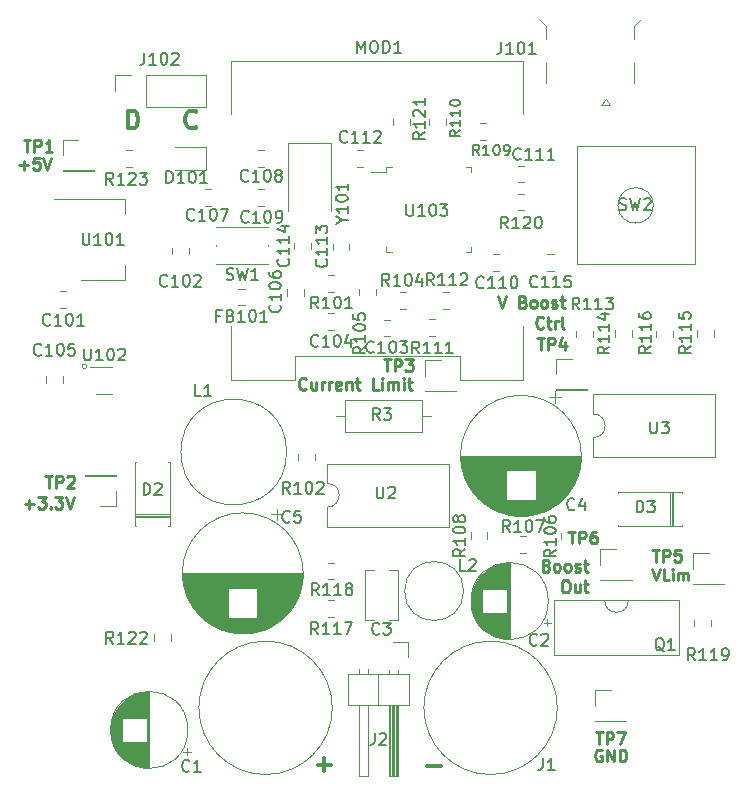
<source format=gbr>
G04 #@! TF.GenerationSoftware,KiCad,Pcbnew,(5.0.1-3-g963ef8bb5)*
G04 #@! TF.CreationDate,2019-10-14T14:00:48-07:00*
G04 #@! TF.ProjectId,powersupply,706F776572737570706C792E6B696361,rev?*
G04 #@! TF.SameCoordinates,Original*
G04 #@! TF.FileFunction,Legend,Top*
G04 #@! TF.FilePolarity,Positive*
%FSLAX46Y46*%
G04 Gerber Fmt 4.6, Leading zero omitted, Abs format (unit mm)*
G04 Created by KiCad (PCBNEW (5.0.1-3-g963ef8bb5)) date Monday, October 14, 2019 at 02:00:48 PM*
%MOMM*%
%LPD*%
G01*
G04 APERTURE LIST*
%ADD10C,0.300000*%
%ADD11C,0.250000*%
%ADD12C,0.375000*%
%ADD13C,0.120000*%
%ADD14C,0.237500*%
%ADD15C,0.100000*%
%ADD16C,0.150000*%
G04 APERTURE END LIST*
D10*
X38242857Y-36078571D02*
X38242857Y-34578571D01*
X38600000Y-34578571D01*
X38814285Y-34650000D01*
X38957142Y-34792857D01*
X39028571Y-34935714D01*
X39100000Y-35221428D01*
X39100000Y-35435714D01*
X39028571Y-35721428D01*
X38957142Y-35864285D01*
X38814285Y-36007142D01*
X38600000Y-36078571D01*
X38242857Y-36078571D01*
X44028571Y-35935714D02*
X43957142Y-36007142D01*
X43742857Y-36078571D01*
X43600000Y-36078571D01*
X43385714Y-36007142D01*
X43242857Y-35864285D01*
X43171428Y-35721428D01*
X43100000Y-35435714D01*
X43100000Y-35221428D01*
X43171428Y-34935714D01*
X43242857Y-34792857D01*
X43385714Y-34650000D01*
X43600000Y-34578571D01*
X43742857Y-34578571D01*
X43957142Y-34650000D01*
X44028571Y-34721428D01*
D11*
X69593214Y-50277380D02*
X69926547Y-51277380D01*
X70259880Y-50277380D01*
X71688452Y-50753571D02*
X71831309Y-50801190D01*
X71878928Y-50848809D01*
X71926547Y-50944047D01*
X71926547Y-51086904D01*
X71878928Y-51182142D01*
X71831309Y-51229761D01*
X71736071Y-51277380D01*
X71355119Y-51277380D01*
X71355119Y-50277380D01*
X71688452Y-50277380D01*
X71783690Y-50325000D01*
X71831309Y-50372619D01*
X71878928Y-50467857D01*
X71878928Y-50563095D01*
X71831309Y-50658333D01*
X71783690Y-50705952D01*
X71688452Y-50753571D01*
X71355119Y-50753571D01*
X72497976Y-51277380D02*
X72402738Y-51229761D01*
X72355119Y-51182142D01*
X72307500Y-51086904D01*
X72307500Y-50801190D01*
X72355119Y-50705952D01*
X72402738Y-50658333D01*
X72497976Y-50610714D01*
X72640833Y-50610714D01*
X72736071Y-50658333D01*
X72783690Y-50705952D01*
X72831309Y-50801190D01*
X72831309Y-51086904D01*
X72783690Y-51182142D01*
X72736071Y-51229761D01*
X72640833Y-51277380D01*
X72497976Y-51277380D01*
X73402738Y-51277380D02*
X73307500Y-51229761D01*
X73259880Y-51182142D01*
X73212261Y-51086904D01*
X73212261Y-50801190D01*
X73259880Y-50705952D01*
X73307500Y-50658333D01*
X73402738Y-50610714D01*
X73545595Y-50610714D01*
X73640833Y-50658333D01*
X73688452Y-50705952D01*
X73736071Y-50801190D01*
X73736071Y-51086904D01*
X73688452Y-51182142D01*
X73640833Y-51229761D01*
X73545595Y-51277380D01*
X73402738Y-51277380D01*
X74117023Y-51229761D02*
X74212261Y-51277380D01*
X74402738Y-51277380D01*
X74497976Y-51229761D01*
X74545595Y-51134523D01*
X74545595Y-51086904D01*
X74497976Y-50991666D01*
X74402738Y-50944047D01*
X74259880Y-50944047D01*
X74164642Y-50896428D01*
X74117023Y-50801190D01*
X74117023Y-50753571D01*
X74164642Y-50658333D01*
X74259880Y-50610714D01*
X74402738Y-50610714D01*
X74497976Y-50658333D01*
X74831309Y-50610714D02*
X75212261Y-50610714D01*
X74974166Y-50277380D02*
X74974166Y-51134523D01*
X75021785Y-51229761D01*
X75117023Y-51277380D01*
X75212261Y-51277380D01*
X73402738Y-52932142D02*
X73355119Y-52979761D01*
X73212261Y-53027380D01*
X73117023Y-53027380D01*
X72974166Y-52979761D01*
X72878928Y-52884523D01*
X72831309Y-52789285D01*
X72783690Y-52598809D01*
X72783690Y-52455952D01*
X72831309Y-52265476D01*
X72878928Y-52170238D01*
X72974166Y-52075000D01*
X73117023Y-52027380D01*
X73212261Y-52027380D01*
X73355119Y-52075000D01*
X73402738Y-52122619D01*
X73688452Y-52360714D02*
X74069404Y-52360714D01*
X73831309Y-52027380D02*
X73831309Y-52884523D01*
X73878928Y-52979761D01*
X73974166Y-53027380D01*
X74069404Y-53027380D01*
X74402738Y-53027380D02*
X74402738Y-52360714D01*
X74402738Y-52551190D02*
X74450357Y-52455952D01*
X74497976Y-52408333D01*
X74593214Y-52360714D01*
X74688452Y-52360714D01*
X75164642Y-53027380D02*
X75069404Y-52979761D01*
X75021785Y-52884523D01*
X75021785Y-52027380D01*
D12*
X63558571Y-90087142D02*
X64701428Y-90087142D01*
X54298571Y-89947142D02*
X55441428Y-89947142D01*
X54870000Y-90518571D02*
X54870000Y-89375714D01*
D13*
X34734165Y-56228000D02*
G75*
G03X34734165Y-56228000I-194165J0D01*
G01*
D11*
X29031976Y-39187428D02*
X29793880Y-39187428D01*
X29412928Y-39568380D02*
X29412928Y-38806476D01*
X30746261Y-38568380D02*
X30270071Y-38568380D01*
X30222452Y-39044571D01*
X30270071Y-38996952D01*
X30365309Y-38949333D01*
X30603404Y-38949333D01*
X30698642Y-38996952D01*
X30746261Y-39044571D01*
X30793880Y-39139809D01*
X30793880Y-39377904D01*
X30746261Y-39473142D01*
X30698642Y-39520761D01*
X30603404Y-39568380D01*
X30365309Y-39568380D01*
X30270071Y-39520761D01*
X30222452Y-39473142D01*
X31079595Y-38568380D02*
X31412928Y-39568380D01*
X31746261Y-38568380D01*
X53307142Y-58107142D02*
X53259523Y-58154761D01*
X53116666Y-58202380D01*
X53021428Y-58202380D01*
X52878571Y-58154761D01*
X52783333Y-58059523D01*
X52735714Y-57964285D01*
X52688095Y-57773809D01*
X52688095Y-57630952D01*
X52735714Y-57440476D01*
X52783333Y-57345238D01*
X52878571Y-57250000D01*
X53021428Y-57202380D01*
X53116666Y-57202380D01*
X53259523Y-57250000D01*
X53307142Y-57297619D01*
X54164285Y-57535714D02*
X54164285Y-58202380D01*
X53735714Y-57535714D02*
X53735714Y-58059523D01*
X53783333Y-58154761D01*
X53878571Y-58202380D01*
X54021428Y-58202380D01*
X54116666Y-58154761D01*
X54164285Y-58107142D01*
X54640476Y-58202380D02*
X54640476Y-57535714D01*
X54640476Y-57726190D02*
X54688095Y-57630952D01*
X54735714Y-57583333D01*
X54830952Y-57535714D01*
X54926190Y-57535714D01*
X55259523Y-58202380D02*
X55259523Y-57535714D01*
X55259523Y-57726190D02*
X55307142Y-57630952D01*
X55354761Y-57583333D01*
X55450000Y-57535714D01*
X55545238Y-57535714D01*
X56259523Y-58154761D02*
X56164285Y-58202380D01*
X55973809Y-58202380D01*
X55878571Y-58154761D01*
X55830952Y-58059523D01*
X55830952Y-57678571D01*
X55878571Y-57583333D01*
X55973809Y-57535714D01*
X56164285Y-57535714D01*
X56259523Y-57583333D01*
X56307142Y-57678571D01*
X56307142Y-57773809D01*
X55830952Y-57869047D01*
X56735714Y-57535714D02*
X56735714Y-58202380D01*
X56735714Y-57630952D02*
X56783333Y-57583333D01*
X56878571Y-57535714D01*
X57021428Y-57535714D01*
X57116666Y-57583333D01*
X57164285Y-57678571D01*
X57164285Y-58202380D01*
X57497619Y-57535714D02*
X57878571Y-57535714D01*
X57640476Y-57202380D02*
X57640476Y-58059523D01*
X57688095Y-58154761D01*
X57783333Y-58202380D01*
X57878571Y-58202380D01*
X59450000Y-58202380D02*
X58973809Y-58202380D01*
X58973809Y-57202380D01*
X59783333Y-58202380D02*
X59783333Y-57535714D01*
X59783333Y-57202380D02*
X59735714Y-57250000D01*
X59783333Y-57297619D01*
X59830952Y-57250000D01*
X59783333Y-57202380D01*
X59783333Y-57297619D01*
X60259523Y-58202380D02*
X60259523Y-57535714D01*
X60259523Y-57630952D02*
X60307142Y-57583333D01*
X60402380Y-57535714D01*
X60545238Y-57535714D01*
X60640476Y-57583333D01*
X60688095Y-57678571D01*
X60688095Y-58202380D01*
X60688095Y-57678571D02*
X60735714Y-57583333D01*
X60830952Y-57535714D01*
X60973809Y-57535714D01*
X61069047Y-57583333D01*
X61116666Y-57678571D01*
X61116666Y-58202380D01*
X61592857Y-58202380D02*
X61592857Y-57535714D01*
X61592857Y-57202380D02*
X61545238Y-57250000D01*
X61592857Y-57297619D01*
X61640476Y-57250000D01*
X61592857Y-57202380D01*
X61592857Y-57297619D01*
X61926190Y-57535714D02*
X62307142Y-57535714D01*
X62069047Y-57202380D02*
X62069047Y-58059523D01*
X62116666Y-58154761D01*
X62211904Y-58202380D01*
X62307142Y-58202380D01*
X29496000Y-67889428D02*
X30257904Y-67889428D01*
X29876952Y-68270380D02*
X29876952Y-67508476D01*
X30638857Y-67270380D02*
X31257904Y-67270380D01*
X30924571Y-67651333D01*
X31067428Y-67651333D01*
X31162666Y-67698952D01*
X31210285Y-67746571D01*
X31257904Y-67841809D01*
X31257904Y-68079904D01*
X31210285Y-68175142D01*
X31162666Y-68222761D01*
X31067428Y-68270380D01*
X30781714Y-68270380D01*
X30686476Y-68222761D01*
X30638857Y-68175142D01*
X31686476Y-68175142D02*
X31734095Y-68222761D01*
X31686476Y-68270380D01*
X31638857Y-68222761D01*
X31686476Y-68175142D01*
X31686476Y-68270380D01*
X32067428Y-67270380D02*
X32686476Y-67270380D01*
X32353142Y-67651333D01*
X32496000Y-67651333D01*
X32591238Y-67698952D01*
X32638857Y-67746571D01*
X32686476Y-67841809D01*
X32686476Y-68079904D01*
X32638857Y-68175142D01*
X32591238Y-68222761D01*
X32496000Y-68270380D01*
X32210285Y-68270380D01*
X32115047Y-68222761D01*
X32067428Y-68175142D01*
X32972190Y-67270380D02*
X33305523Y-68270380D01*
X33638857Y-67270380D01*
D14*
X82644851Y-73379761D02*
X82961517Y-74329761D01*
X83278184Y-73379761D01*
X84047232Y-74329761D02*
X83594851Y-74329761D01*
X83594851Y-73379761D01*
X84363898Y-74329761D02*
X84363898Y-73696428D01*
X84363898Y-73379761D02*
X84318660Y-73425000D01*
X84363898Y-73470238D01*
X84409136Y-73425000D01*
X84363898Y-73379761D01*
X84363898Y-73470238D01*
X84816279Y-74329761D02*
X84816279Y-73696428D01*
X84816279Y-73786904D02*
X84861517Y-73741666D01*
X84951994Y-73696428D01*
X85087708Y-73696428D01*
X85178184Y-73741666D01*
X85223422Y-73832142D01*
X85223422Y-74329761D01*
X85223422Y-73832142D02*
X85268660Y-73741666D01*
X85359136Y-73696428D01*
X85494851Y-73696428D01*
X85585327Y-73741666D01*
X85630565Y-73832142D01*
X85630565Y-74329761D01*
D11*
X73668452Y-73083571D02*
X73811309Y-73131190D01*
X73858928Y-73178809D01*
X73906547Y-73274047D01*
X73906547Y-73416904D01*
X73858928Y-73512142D01*
X73811309Y-73559761D01*
X73716071Y-73607380D01*
X73335119Y-73607380D01*
X73335119Y-72607380D01*
X73668452Y-72607380D01*
X73763690Y-72655000D01*
X73811309Y-72702619D01*
X73858928Y-72797857D01*
X73858928Y-72893095D01*
X73811309Y-72988333D01*
X73763690Y-73035952D01*
X73668452Y-73083571D01*
X73335119Y-73083571D01*
X74477976Y-73607380D02*
X74382738Y-73559761D01*
X74335119Y-73512142D01*
X74287500Y-73416904D01*
X74287500Y-73131190D01*
X74335119Y-73035952D01*
X74382738Y-72988333D01*
X74477976Y-72940714D01*
X74620833Y-72940714D01*
X74716071Y-72988333D01*
X74763690Y-73035952D01*
X74811309Y-73131190D01*
X74811309Y-73416904D01*
X74763690Y-73512142D01*
X74716071Y-73559761D01*
X74620833Y-73607380D01*
X74477976Y-73607380D01*
X75382738Y-73607380D02*
X75287500Y-73559761D01*
X75239880Y-73512142D01*
X75192261Y-73416904D01*
X75192261Y-73131190D01*
X75239880Y-73035952D01*
X75287500Y-72988333D01*
X75382738Y-72940714D01*
X75525595Y-72940714D01*
X75620833Y-72988333D01*
X75668452Y-73035952D01*
X75716071Y-73131190D01*
X75716071Y-73416904D01*
X75668452Y-73512142D01*
X75620833Y-73559761D01*
X75525595Y-73607380D01*
X75382738Y-73607380D01*
X76097023Y-73559761D02*
X76192261Y-73607380D01*
X76382738Y-73607380D01*
X76477976Y-73559761D01*
X76525595Y-73464523D01*
X76525595Y-73416904D01*
X76477976Y-73321666D01*
X76382738Y-73274047D01*
X76239880Y-73274047D01*
X76144642Y-73226428D01*
X76097023Y-73131190D01*
X76097023Y-73083571D01*
X76144642Y-72988333D01*
X76239880Y-72940714D01*
X76382738Y-72940714D01*
X76477976Y-72988333D01*
X76811309Y-72940714D02*
X77192261Y-72940714D01*
X76954166Y-72607380D02*
X76954166Y-73464523D01*
X77001785Y-73559761D01*
X77097023Y-73607380D01*
X77192261Y-73607380D01*
X75192261Y-74357380D02*
X75382738Y-74357380D01*
X75477976Y-74405000D01*
X75573214Y-74500238D01*
X75620833Y-74690714D01*
X75620833Y-75024047D01*
X75573214Y-75214523D01*
X75477976Y-75309761D01*
X75382738Y-75357380D01*
X75192261Y-75357380D01*
X75097023Y-75309761D01*
X75001785Y-75214523D01*
X74954166Y-75024047D01*
X74954166Y-74690714D01*
X75001785Y-74500238D01*
X75097023Y-74405000D01*
X75192261Y-74357380D01*
X76477976Y-74690714D02*
X76477976Y-75357380D01*
X76049404Y-74690714D02*
X76049404Y-75214523D01*
X76097023Y-75309761D01*
X76192261Y-75357380D01*
X76335119Y-75357380D01*
X76430357Y-75309761D01*
X76477976Y-75262142D01*
X76811309Y-74690714D02*
X77192261Y-74690714D01*
X76954166Y-74357380D02*
X76954166Y-75214523D01*
X77001785Y-75309761D01*
X77097023Y-75357380D01*
X77192261Y-75357380D01*
X78348095Y-88730000D02*
X78252857Y-88682380D01*
X78110000Y-88682380D01*
X77967142Y-88730000D01*
X77871904Y-88825238D01*
X77824285Y-88920476D01*
X77776666Y-89110952D01*
X77776666Y-89253809D01*
X77824285Y-89444285D01*
X77871904Y-89539523D01*
X77967142Y-89634761D01*
X78110000Y-89682380D01*
X78205238Y-89682380D01*
X78348095Y-89634761D01*
X78395714Y-89587142D01*
X78395714Y-89253809D01*
X78205238Y-89253809D01*
X78824285Y-89682380D02*
X78824285Y-88682380D01*
X79395714Y-89682380D01*
X79395714Y-88682380D01*
X79871904Y-89682380D02*
X79871904Y-88682380D01*
X80110000Y-88682380D01*
X80252857Y-88730000D01*
X80348095Y-88825238D01*
X80395714Y-88920476D01*
X80443333Y-89110952D01*
X80443333Y-89253809D01*
X80395714Y-89444285D01*
X80348095Y-89539523D01*
X80252857Y-89634761D01*
X80110000Y-89682380D01*
X79871904Y-89682380D01*
D13*
G04 #@! TO.C,MOD1*
X71695000Y-30350000D02*
X46995000Y-30350000D01*
X71695000Y-30350000D02*
X71695000Y-34850000D01*
X46995000Y-30350000D02*
X46995000Y-34850000D01*
X52345000Y-57350000D02*
X52345000Y-55350000D01*
X52345000Y-55350000D02*
X66345000Y-55350000D01*
X66345000Y-55350000D02*
X66345000Y-57350000D01*
X66345000Y-57350000D02*
X71715000Y-57350000D01*
X52345000Y-57350000D02*
X46995000Y-57350000D01*
X46975000Y-57350000D02*
X46975000Y-52850000D01*
X71715000Y-57350000D02*
X71715000Y-52850000D01*
G04 #@! TO.C,FB101*
X48101252Y-49640000D02*
X47578748Y-49640000D01*
X48101252Y-51060000D02*
X47578748Y-51060000D01*
G04 #@! TO.C,D101*
X44865000Y-37648000D02*
X42180000Y-37648000D01*
X44865000Y-39568000D02*
X44865000Y-37648000D01*
X42180000Y-39568000D02*
X44865000Y-39568000D01*
G04 #@! TO.C,R123*
X38095422Y-39318000D02*
X38612578Y-39318000D01*
X38095422Y-37898000D02*
X38612578Y-37898000D01*
G04 #@! TO.C,J102*
X37120000Y-32900000D02*
X37120000Y-31570000D01*
X37120000Y-31570000D02*
X38450000Y-31570000D01*
X39720000Y-31570000D02*
X44860000Y-31570000D01*
X44860000Y-34230000D02*
X44860000Y-31570000D01*
X39720000Y-34230000D02*
X44860000Y-34230000D01*
X39720000Y-34230000D02*
X39720000Y-31570000D01*
G04 #@! TO.C,R122*
X41840000Y-79448578D02*
X41840000Y-78931422D01*
X40420000Y-79448578D02*
X40420000Y-78931422D01*
G04 #@! TO.C,C115*
X74271078Y-46740000D02*
X73753922Y-46740000D01*
X74271078Y-48160000D02*
X73753922Y-48160000D01*
G04 #@! TO.C,TP4*
X74470000Y-55570000D02*
X75800000Y-55570000D01*
X74470000Y-56900000D02*
X74470000Y-55570000D01*
X74470000Y-58170000D02*
X77130000Y-58170000D01*
X77130000Y-58170000D02*
X77130000Y-58230000D01*
X74470000Y-58170000D02*
X74470000Y-58230000D01*
X74470000Y-58230000D02*
X77130000Y-58230000D01*
G04 #@! TO.C,R121*
X60670000Y-35271422D02*
X60670000Y-35788578D01*
X62090000Y-35271422D02*
X62090000Y-35788578D01*
G04 #@! TO.C,C113*
X55570000Y-45831422D02*
X55570000Y-46348578D01*
X56990000Y-45831422D02*
X56990000Y-46348578D01*
G04 #@! TO.C,C114*
X52290000Y-45781422D02*
X52290000Y-46298578D01*
X53710000Y-45781422D02*
X53710000Y-46298578D01*
G04 #@! TO.C,C112*
X57603922Y-39310000D02*
X58121078Y-39310000D01*
X57603922Y-37890000D02*
X58121078Y-37890000D01*
G04 #@! TO.C,C111*
X71748578Y-39240000D02*
X71231422Y-39240000D01*
X71748578Y-40660000D02*
X71231422Y-40660000D01*
G04 #@! TO.C,C110*
X69171422Y-48140000D02*
X69688578Y-48140000D01*
X69171422Y-46720000D02*
X69688578Y-46720000D01*
G04 #@! TO.C,Y101*
X51794000Y-37336000D02*
X51794000Y-43086000D01*
X55394000Y-37336000D02*
X51794000Y-37336000D01*
X55394000Y-43086000D02*
X55394000Y-37336000D01*
G04 #@! TO.C,SW1*
X50130000Y-45960000D02*
X50130000Y-46060000D01*
X45730000Y-47560000D02*
X50130000Y-47560000D01*
X50130000Y-44460000D02*
X45730000Y-44460000D01*
X45730000Y-45960000D02*
X45730000Y-46060000D01*
G04 #@! TO.C,R120*
X71758578Y-41610000D02*
X71241422Y-41610000D01*
X71758578Y-43030000D02*
X71241422Y-43030000D01*
G04 #@! TO.C,R112*
X65438578Y-49940000D02*
X64921422Y-49940000D01*
X65438578Y-51360000D02*
X64921422Y-51360000D01*
G04 #@! TO.C,R111*
X63741422Y-53680000D02*
X64258578Y-53680000D01*
X63741422Y-52260000D02*
X64258578Y-52260000D01*
G04 #@! TO.C,R105*
X57790000Y-49691422D02*
X57790000Y-50208578D01*
X59210000Y-49691422D02*
X59210000Y-50208578D01*
G04 #@! TO.C,R104*
X61758578Y-49930000D02*
X61241422Y-49930000D01*
X61758578Y-51350000D02*
X61241422Y-51350000D01*
G04 #@! TO.C,R101*
X55161422Y-49950000D02*
X55678578Y-49950000D01*
X55161422Y-48530000D02*
X55678578Y-48530000D01*
G04 #@! TO.C,C109*
X49788578Y-41200000D02*
X49271422Y-41200000D01*
X49788578Y-42620000D02*
X49271422Y-42620000D01*
G04 #@! TO.C,C108*
X49788578Y-37898000D02*
X49271422Y-37898000D01*
X49788578Y-39318000D02*
X49271422Y-39318000D01*
G04 #@! TO.C,C107*
X45295078Y-41200000D02*
X44777922Y-41200000D01*
X45295078Y-42620000D02*
X44777922Y-42620000D01*
G04 #@! TO.C,C106*
X51700000Y-49721422D02*
X51700000Y-50238578D01*
X53120000Y-49721422D02*
X53120000Y-50238578D01*
G04 #@! TO.C,C104*
X55708578Y-51750000D02*
X55191422Y-51750000D01*
X55708578Y-53170000D02*
X55191422Y-53170000D01*
G04 #@! TO.C,C103*
X60408578Y-52270000D02*
X59891422Y-52270000D01*
X60408578Y-53690000D02*
X59891422Y-53690000D01*
G04 #@! TO.C,U103*
X60100000Y-39790000D02*
X58810000Y-39790000D01*
X60100000Y-39340000D02*
X60100000Y-39790000D01*
X60550000Y-39340000D02*
X60100000Y-39340000D01*
X67320000Y-39340000D02*
X67320000Y-39790000D01*
X66870000Y-39340000D02*
X67320000Y-39340000D01*
X60100000Y-46560000D02*
X60100000Y-46110000D01*
X60550000Y-46560000D02*
X60100000Y-46560000D01*
X67320000Y-46560000D02*
X67320000Y-46110000D01*
X66870000Y-46560000D02*
X67320000Y-46560000D01*
G04 #@! TO.C,TP7*
X77770000Y-83620000D02*
X79100000Y-83620000D01*
X77770000Y-84950000D02*
X77770000Y-83620000D01*
X77770000Y-86220000D02*
X80430000Y-86220000D01*
X80430000Y-86220000D02*
X80430000Y-86280000D01*
X77770000Y-86220000D02*
X77770000Y-86280000D01*
X77770000Y-86280000D02*
X80430000Y-86280000D01*
G04 #@! TO.C,TP6*
X78220000Y-71700000D02*
X79550000Y-71700000D01*
X78220000Y-73030000D02*
X78220000Y-71700000D01*
X78220000Y-74300000D02*
X80880000Y-74300000D01*
X80880000Y-74300000D02*
X80880000Y-74360000D01*
X78220000Y-74300000D02*
X78220000Y-74360000D01*
X78220000Y-74360000D02*
X80880000Y-74360000D01*
G04 #@! TO.C,TP5*
X86070000Y-72020000D02*
X87400000Y-72020000D01*
X86070000Y-73350000D02*
X86070000Y-72020000D01*
X86070000Y-74620000D02*
X88730000Y-74620000D01*
X88730000Y-74620000D02*
X88730000Y-74680000D01*
X86070000Y-74620000D02*
X86070000Y-74680000D01*
X86070000Y-74680000D02*
X88730000Y-74680000D01*
G04 #@! TO.C,TP3*
X63370000Y-55690000D02*
X64700000Y-55690000D01*
X63370000Y-57020000D02*
X63370000Y-55690000D01*
X63370000Y-58290000D02*
X66030000Y-58290000D01*
X66030000Y-58290000D02*
X66030000Y-58350000D01*
X63370000Y-58290000D02*
X63370000Y-58350000D01*
X63370000Y-58350000D02*
X66030000Y-58350000D01*
G04 #@! TO.C,TP2*
X37222000Y-68080000D02*
X35892000Y-68080000D01*
X37222000Y-66750000D02*
X37222000Y-68080000D01*
X37222000Y-65480000D02*
X34562000Y-65480000D01*
X34562000Y-65480000D02*
X34562000Y-65420000D01*
X37222000Y-65480000D02*
X37222000Y-65420000D01*
X37222000Y-65420000D02*
X34562000Y-65420000D01*
G04 #@! TO.C,TP1*
X32706000Y-37024000D02*
X34036000Y-37024000D01*
X32706000Y-38354000D02*
X32706000Y-37024000D01*
X32706000Y-39624000D02*
X35366000Y-39624000D01*
X35366000Y-39624000D02*
X35366000Y-39684000D01*
X32706000Y-39624000D02*
X32706000Y-39684000D01*
X32706000Y-39684000D02*
X35366000Y-39684000D01*
G04 #@! TO.C,C1*
X43215241Y-89164000D02*
X43215241Y-88534000D01*
X43530241Y-88849000D02*
X42900241Y-88849000D01*
X36789000Y-87412000D02*
X36789000Y-86608000D01*
X36829000Y-87643000D02*
X36829000Y-86377000D01*
X36869000Y-87812000D02*
X36869000Y-86208000D01*
X36909000Y-87950000D02*
X36909000Y-86070000D01*
X36949000Y-88069000D02*
X36949000Y-85951000D01*
X36989000Y-88175000D02*
X36989000Y-85845000D01*
X37029000Y-88272000D02*
X37029000Y-85748000D01*
X37069000Y-88360000D02*
X37069000Y-85660000D01*
X37109000Y-88442000D02*
X37109000Y-85578000D01*
X37149000Y-88519000D02*
X37149000Y-85501000D01*
X37189000Y-88591000D02*
X37189000Y-85429000D01*
X37229000Y-88660000D02*
X37229000Y-85360000D01*
X37269000Y-88724000D02*
X37269000Y-85296000D01*
X37309000Y-88786000D02*
X37309000Y-85234000D01*
X37349000Y-88844000D02*
X37349000Y-85176000D01*
X37389000Y-88900000D02*
X37389000Y-85120000D01*
X37429000Y-88954000D02*
X37429000Y-85066000D01*
X37469000Y-89005000D02*
X37469000Y-85015000D01*
X37509000Y-89054000D02*
X37509000Y-84966000D01*
X37549000Y-89102000D02*
X37549000Y-84918000D01*
X37589000Y-89147000D02*
X37589000Y-84873000D01*
X37629000Y-89192000D02*
X37629000Y-84828000D01*
X37669000Y-89234000D02*
X37669000Y-84786000D01*
X37709000Y-89275000D02*
X37709000Y-84745000D01*
X37749000Y-85970000D02*
X37749000Y-84705000D01*
X37749000Y-89315000D02*
X37749000Y-88050000D01*
X37789000Y-85970000D02*
X37789000Y-84667000D01*
X37789000Y-89353000D02*
X37789000Y-88050000D01*
X37829000Y-85970000D02*
X37829000Y-84630000D01*
X37829000Y-89390000D02*
X37829000Y-88050000D01*
X37869000Y-85970000D02*
X37869000Y-84594000D01*
X37869000Y-89426000D02*
X37869000Y-88050000D01*
X37909000Y-85970000D02*
X37909000Y-84560000D01*
X37909000Y-89460000D02*
X37909000Y-88050000D01*
X37949000Y-85970000D02*
X37949000Y-84526000D01*
X37949000Y-89494000D02*
X37949000Y-88050000D01*
X37989000Y-85970000D02*
X37989000Y-84494000D01*
X37989000Y-89526000D02*
X37989000Y-88050000D01*
X38029000Y-85970000D02*
X38029000Y-84462000D01*
X38029000Y-89558000D02*
X38029000Y-88050000D01*
X38069000Y-85970000D02*
X38069000Y-84432000D01*
X38069000Y-89588000D02*
X38069000Y-88050000D01*
X38109000Y-85970000D02*
X38109000Y-84403000D01*
X38109000Y-89617000D02*
X38109000Y-88050000D01*
X38149000Y-85970000D02*
X38149000Y-84374000D01*
X38149000Y-89646000D02*
X38149000Y-88050000D01*
X38189000Y-85970000D02*
X38189000Y-84346000D01*
X38189000Y-89674000D02*
X38189000Y-88050000D01*
X38229000Y-85970000D02*
X38229000Y-84320000D01*
X38229000Y-89700000D02*
X38229000Y-88050000D01*
X38269000Y-85970000D02*
X38269000Y-84294000D01*
X38269000Y-89726000D02*
X38269000Y-88050000D01*
X38309000Y-85970000D02*
X38309000Y-84268000D01*
X38309000Y-89752000D02*
X38309000Y-88050000D01*
X38349000Y-85970000D02*
X38349000Y-84244000D01*
X38349000Y-89776000D02*
X38349000Y-88050000D01*
X38389000Y-85970000D02*
X38389000Y-84220000D01*
X38389000Y-89800000D02*
X38389000Y-88050000D01*
X38429000Y-85970000D02*
X38429000Y-84198000D01*
X38429000Y-89822000D02*
X38429000Y-88050000D01*
X38469000Y-85970000D02*
X38469000Y-84176000D01*
X38469000Y-89844000D02*
X38469000Y-88050000D01*
X38509000Y-85970000D02*
X38509000Y-84154000D01*
X38509000Y-89866000D02*
X38509000Y-88050000D01*
X38549000Y-85970000D02*
X38549000Y-84134000D01*
X38549000Y-89886000D02*
X38549000Y-88050000D01*
X38589000Y-85970000D02*
X38589000Y-84114000D01*
X38589000Y-89906000D02*
X38589000Y-88050000D01*
X38629000Y-85970000D02*
X38629000Y-84094000D01*
X38629000Y-89926000D02*
X38629000Y-88050000D01*
X38669000Y-85970000D02*
X38669000Y-84076000D01*
X38669000Y-89944000D02*
X38669000Y-88050000D01*
X38709000Y-85970000D02*
X38709000Y-84058000D01*
X38709000Y-89962000D02*
X38709000Y-88050000D01*
X38749000Y-85970000D02*
X38749000Y-84040000D01*
X38749000Y-89980000D02*
X38749000Y-88050000D01*
X38789000Y-85970000D02*
X38789000Y-84024000D01*
X38789000Y-89996000D02*
X38789000Y-88050000D01*
X38829000Y-85970000D02*
X38829000Y-84008000D01*
X38829000Y-90012000D02*
X38829000Y-88050000D01*
X38869000Y-85970000D02*
X38869000Y-83992000D01*
X38869000Y-90028000D02*
X38869000Y-88050000D01*
X38909000Y-85970000D02*
X38909000Y-83977000D01*
X38909000Y-90043000D02*
X38909000Y-88050000D01*
X38949000Y-85970000D02*
X38949000Y-83963000D01*
X38949000Y-90057000D02*
X38949000Y-88050000D01*
X38989000Y-85970000D02*
X38989000Y-83949000D01*
X38989000Y-90071000D02*
X38989000Y-88050000D01*
X39029000Y-85970000D02*
X39029000Y-83936000D01*
X39029000Y-90084000D02*
X39029000Y-88050000D01*
X39069000Y-85970000D02*
X39069000Y-83924000D01*
X39069000Y-90096000D02*
X39069000Y-88050000D01*
X39109000Y-85970000D02*
X39109000Y-83912000D01*
X39109000Y-90108000D02*
X39109000Y-88050000D01*
X39149000Y-85970000D02*
X39149000Y-83900000D01*
X39149000Y-90120000D02*
X39149000Y-88050000D01*
X39189000Y-85970000D02*
X39189000Y-83889000D01*
X39189000Y-90131000D02*
X39189000Y-88050000D01*
X39229000Y-85970000D02*
X39229000Y-83879000D01*
X39229000Y-90141000D02*
X39229000Y-88050000D01*
X39269000Y-85970000D02*
X39269000Y-83869000D01*
X39269000Y-90151000D02*
X39269000Y-88050000D01*
X39309000Y-85970000D02*
X39309000Y-83860000D01*
X39309000Y-90160000D02*
X39309000Y-88050000D01*
X39350000Y-85970000D02*
X39350000Y-83851000D01*
X39350000Y-90169000D02*
X39350000Y-88050000D01*
X39390000Y-85970000D02*
X39390000Y-83843000D01*
X39390000Y-90177000D02*
X39390000Y-88050000D01*
X39430000Y-85970000D02*
X39430000Y-83835000D01*
X39430000Y-90185000D02*
X39430000Y-88050000D01*
X39470000Y-85970000D02*
X39470000Y-83828000D01*
X39470000Y-90192000D02*
X39470000Y-88050000D01*
X39510000Y-85970000D02*
X39510000Y-83821000D01*
X39510000Y-90199000D02*
X39510000Y-88050000D01*
X39550000Y-85970000D02*
X39550000Y-83815000D01*
X39550000Y-90205000D02*
X39550000Y-88050000D01*
X39590000Y-85970000D02*
X39590000Y-83809000D01*
X39590000Y-90211000D02*
X39590000Y-88050000D01*
X39630000Y-85970000D02*
X39630000Y-83804000D01*
X39630000Y-90216000D02*
X39630000Y-88050000D01*
X39670000Y-85970000D02*
X39670000Y-83799000D01*
X39670000Y-90221000D02*
X39670000Y-88050000D01*
X39710000Y-85970000D02*
X39710000Y-83795000D01*
X39710000Y-90225000D02*
X39710000Y-88050000D01*
X39750000Y-85970000D02*
X39750000Y-83792000D01*
X39750000Y-90228000D02*
X39750000Y-88050000D01*
X39790000Y-85970000D02*
X39790000Y-83788000D01*
X39790000Y-90232000D02*
X39790000Y-88050000D01*
X39830000Y-90234000D02*
X39830000Y-83786000D01*
X39870000Y-90237000D02*
X39870000Y-83783000D01*
X39910000Y-90238000D02*
X39910000Y-83782000D01*
X39950000Y-90240000D02*
X39950000Y-83780000D01*
X39990000Y-90240000D02*
X39990000Y-83780000D01*
X40030000Y-90240000D02*
X40030000Y-83780000D01*
X43300000Y-87010000D02*
G75*
G03X43300000Y-87010000I-3270000J0D01*
G01*
G04 #@! TO.C,C5*
X51325000Y-68770354D02*
X50325000Y-68770354D01*
X50825000Y-68270354D02*
X50825000Y-69270354D01*
X48549000Y-78831000D02*
X47351000Y-78831000D01*
X48812000Y-78791000D02*
X47088000Y-78791000D01*
X49012000Y-78751000D02*
X46888000Y-78751000D01*
X49180000Y-78711000D02*
X46720000Y-78711000D01*
X49328000Y-78671000D02*
X46572000Y-78671000D01*
X49460000Y-78631000D02*
X46440000Y-78631000D01*
X49580000Y-78591000D02*
X46320000Y-78591000D01*
X49692000Y-78551000D02*
X46208000Y-78551000D01*
X49796000Y-78511000D02*
X46104000Y-78511000D01*
X49894000Y-78471000D02*
X46006000Y-78471000D01*
X49987000Y-78431000D02*
X45913000Y-78431000D01*
X50075000Y-78391000D02*
X45825000Y-78391000D01*
X50159000Y-78351000D02*
X45741000Y-78351000D01*
X50239000Y-78311000D02*
X45661000Y-78311000D01*
X50315000Y-78271000D02*
X45585000Y-78271000D01*
X50389000Y-78231000D02*
X45511000Y-78231000D01*
X50460000Y-78191000D02*
X45440000Y-78191000D01*
X50529000Y-78151000D02*
X45371000Y-78151000D01*
X50595000Y-78111000D02*
X45305000Y-78111000D01*
X50659000Y-78071000D02*
X45241000Y-78071000D01*
X50720000Y-78031000D02*
X45180000Y-78031000D01*
X50780000Y-77991000D02*
X45120000Y-77991000D01*
X50839000Y-77951000D02*
X45061000Y-77951000D01*
X50895000Y-77911000D02*
X45005000Y-77911000D01*
X50950000Y-77871000D02*
X44950000Y-77871000D01*
X51004000Y-77831000D02*
X44896000Y-77831000D01*
X51056000Y-77791000D02*
X44844000Y-77791000D01*
X51106000Y-77751000D02*
X44794000Y-77751000D01*
X51156000Y-77711000D02*
X44744000Y-77711000D01*
X51204000Y-77671000D02*
X44696000Y-77671000D01*
X51251000Y-77631000D02*
X44649000Y-77631000D01*
X51297000Y-77591000D02*
X44603000Y-77591000D01*
X51342000Y-77551000D02*
X44558000Y-77551000D01*
X51386000Y-77511000D02*
X44514000Y-77511000D01*
X46709000Y-77471000D02*
X44472000Y-77471000D01*
X51428000Y-77471000D02*
X49191000Y-77471000D01*
X46709000Y-77431000D02*
X44430000Y-77431000D01*
X51470000Y-77431000D02*
X49191000Y-77431000D01*
X46709000Y-77391000D02*
X44389000Y-77391000D01*
X51511000Y-77391000D02*
X49191000Y-77391000D01*
X46709000Y-77351000D02*
X44349000Y-77351000D01*
X51551000Y-77351000D02*
X49191000Y-77351000D01*
X46709000Y-77311000D02*
X44310000Y-77311000D01*
X51590000Y-77311000D02*
X49191000Y-77311000D01*
X46709000Y-77271000D02*
X44271000Y-77271000D01*
X51629000Y-77271000D02*
X49191000Y-77271000D01*
X46709000Y-77231000D02*
X44234000Y-77231000D01*
X51666000Y-77231000D02*
X49191000Y-77231000D01*
X46709000Y-77191000D02*
X44197000Y-77191000D01*
X51703000Y-77191000D02*
X49191000Y-77191000D01*
X46709000Y-77151000D02*
X44161000Y-77151000D01*
X51739000Y-77151000D02*
X49191000Y-77151000D01*
X46709000Y-77111000D02*
X44126000Y-77111000D01*
X51774000Y-77111000D02*
X49191000Y-77111000D01*
X46709000Y-77071000D02*
X44092000Y-77071000D01*
X51808000Y-77071000D02*
X49191000Y-77071000D01*
X46709000Y-77031000D02*
X44058000Y-77031000D01*
X51842000Y-77031000D02*
X49191000Y-77031000D01*
X46709000Y-76991000D02*
X44025000Y-76991000D01*
X51875000Y-76991000D02*
X49191000Y-76991000D01*
X46709000Y-76951000D02*
X43993000Y-76951000D01*
X51907000Y-76951000D02*
X49191000Y-76951000D01*
X46709000Y-76911000D02*
X43961000Y-76911000D01*
X51939000Y-76911000D02*
X49191000Y-76911000D01*
X46709000Y-76871000D02*
X43930000Y-76871000D01*
X51970000Y-76871000D02*
X49191000Y-76871000D01*
X46709000Y-76831000D02*
X43900000Y-76831000D01*
X52000000Y-76831000D02*
X49191000Y-76831000D01*
X46709000Y-76791000D02*
X43870000Y-76791000D01*
X52030000Y-76791000D02*
X49191000Y-76791000D01*
X46709000Y-76751000D02*
X43840000Y-76751000D01*
X52060000Y-76751000D02*
X49191000Y-76751000D01*
X46709000Y-76711000D02*
X43812000Y-76711000D01*
X52088000Y-76711000D02*
X49191000Y-76711000D01*
X46709000Y-76671000D02*
X43784000Y-76671000D01*
X52116000Y-76671000D02*
X49191000Y-76671000D01*
X46709000Y-76631000D02*
X43756000Y-76631000D01*
X52144000Y-76631000D02*
X49191000Y-76631000D01*
X46709000Y-76591000D02*
X43729000Y-76591000D01*
X52171000Y-76591000D02*
X49191000Y-76591000D01*
X46709000Y-76551000D02*
X43703000Y-76551000D01*
X52197000Y-76551000D02*
X49191000Y-76551000D01*
X46709000Y-76511000D02*
X43677000Y-76511000D01*
X52223000Y-76511000D02*
X49191000Y-76511000D01*
X46709000Y-76471000D02*
X43652000Y-76471000D01*
X52248000Y-76471000D02*
X49191000Y-76471000D01*
X46709000Y-76431000D02*
X43627000Y-76431000D01*
X52273000Y-76431000D02*
X49191000Y-76431000D01*
X46709000Y-76391000D02*
X43603000Y-76391000D01*
X52297000Y-76391000D02*
X49191000Y-76391000D01*
X46709000Y-76351000D02*
X43579000Y-76351000D01*
X52321000Y-76351000D02*
X49191000Y-76351000D01*
X46709000Y-76311000D02*
X43555000Y-76311000D01*
X52345000Y-76311000D02*
X49191000Y-76311000D01*
X46709000Y-76271000D02*
X43533000Y-76271000D01*
X52367000Y-76271000D02*
X49191000Y-76271000D01*
X46709000Y-76231000D02*
X43510000Y-76231000D01*
X52390000Y-76231000D02*
X49191000Y-76231000D01*
X46709000Y-76191000D02*
X43488000Y-76191000D01*
X52412000Y-76191000D02*
X49191000Y-76191000D01*
X46709000Y-76151000D02*
X43467000Y-76151000D01*
X52433000Y-76151000D02*
X49191000Y-76151000D01*
X46709000Y-76111000D02*
X43446000Y-76111000D01*
X52454000Y-76111000D02*
X49191000Y-76111000D01*
X46709000Y-76071000D02*
X43425000Y-76071000D01*
X52475000Y-76071000D02*
X49191000Y-76071000D01*
X46709000Y-76031000D02*
X43405000Y-76031000D01*
X52495000Y-76031000D02*
X49191000Y-76031000D01*
X46709000Y-75991000D02*
X43386000Y-75991000D01*
X52514000Y-75991000D02*
X49191000Y-75991000D01*
X46709000Y-75951000D02*
X43366000Y-75951000D01*
X52534000Y-75951000D02*
X49191000Y-75951000D01*
X46709000Y-75911000D02*
X43347000Y-75911000D01*
X52553000Y-75911000D02*
X49191000Y-75911000D01*
X46709000Y-75871000D02*
X43329000Y-75871000D01*
X52571000Y-75871000D02*
X49191000Y-75871000D01*
X46709000Y-75831000D02*
X43311000Y-75831000D01*
X52589000Y-75831000D02*
X49191000Y-75831000D01*
X46709000Y-75791000D02*
X43293000Y-75791000D01*
X52607000Y-75791000D02*
X49191000Y-75791000D01*
X46709000Y-75751000D02*
X43276000Y-75751000D01*
X52624000Y-75751000D02*
X49191000Y-75751000D01*
X46709000Y-75711000D02*
X43260000Y-75711000D01*
X52640000Y-75711000D02*
X49191000Y-75711000D01*
X46709000Y-75671000D02*
X43243000Y-75671000D01*
X52657000Y-75671000D02*
X49191000Y-75671000D01*
X46709000Y-75631000D02*
X43227000Y-75631000D01*
X52673000Y-75631000D02*
X49191000Y-75631000D01*
X46709000Y-75591000D02*
X43212000Y-75591000D01*
X52688000Y-75591000D02*
X49191000Y-75591000D01*
X46709000Y-75551000D02*
X43196000Y-75551000D01*
X52704000Y-75551000D02*
X49191000Y-75551000D01*
X46709000Y-75511000D02*
X43182000Y-75511000D01*
X52718000Y-75511000D02*
X49191000Y-75511000D01*
X46709000Y-75471000D02*
X43167000Y-75471000D01*
X52733000Y-75471000D02*
X49191000Y-75471000D01*
X46709000Y-75431000D02*
X43153000Y-75431000D01*
X52747000Y-75431000D02*
X49191000Y-75431000D01*
X46709000Y-75391000D02*
X43139000Y-75391000D01*
X52761000Y-75391000D02*
X49191000Y-75391000D01*
X46709000Y-75351000D02*
X43126000Y-75351000D01*
X52774000Y-75351000D02*
X49191000Y-75351000D01*
X46709000Y-75311000D02*
X43113000Y-75311000D01*
X52787000Y-75311000D02*
X49191000Y-75311000D01*
X46709000Y-75271000D02*
X43100000Y-75271000D01*
X52800000Y-75271000D02*
X49191000Y-75271000D01*
X46709000Y-75231000D02*
X43088000Y-75231000D01*
X52812000Y-75231000D02*
X49191000Y-75231000D01*
X46709000Y-75191000D02*
X43076000Y-75191000D01*
X52824000Y-75191000D02*
X49191000Y-75191000D01*
X46709000Y-75151000D02*
X43065000Y-75151000D01*
X52835000Y-75151000D02*
X49191000Y-75151000D01*
X46709000Y-75111000D02*
X43053000Y-75111000D01*
X52847000Y-75111000D02*
X49191000Y-75111000D01*
X46709000Y-75071000D02*
X43043000Y-75071000D01*
X52857000Y-75071000D02*
X49191000Y-75071000D01*
X46709000Y-75031000D02*
X43032000Y-75031000D01*
X52868000Y-75031000D02*
X49191000Y-75031000D01*
X52878000Y-74991000D02*
X43022000Y-74991000D01*
X52888000Y-74951000D02*
X43012000Y-74951000D01*
X52897000Y-74911000D02*
X43003000Y-74911000D01*
X52906000Y-74871000D02*
X42994000Y-74871000D01*
X52915000Y-74831000D02*
X42985000Y-74831000D01*
X52924000Y-74791000D02*
X42976000Y-74791000D01*
X52932000Y-74751000D02*
X42968000Y-74751000D01*
X52940000Y-74711000D02*
X42960000Y-74711000D01*
X52947000Y-74671000D02*
X42953000Y-74671000D01*
X52954000Y-74631000D02*
X42946000Y-74631000D01*
X52961000Y-74591000D02*
X42939000Y-74591000D01*
X52968000Y-74551000D02*
X42932000Y-74551000D01*
X52974000Y-74511000D02*
X42926000Y-74511000D01*
X52980000Y-74471000D02*
X42920000Y-74471000D01*
X52985000Y-74430000D02*
X42915000Y-74430000D01*
X52990000Y-74390000D02*
X42910000Y-74390000D01*
X52995000Y-74350000D02*
X42905000Y-74350000D01*
X53000000Y-74310000D02*
X42900000Y-74310000D01*
X53004000Y-74270000D02*
X42896000Y-74270000D01*
X53008000Y-74230000D02*
X42892000Y-74230000D01*
X53012000Y-74190000D02*
X42888000Y-74190000D01*
X53015000Y-74150000D02*
X42885000Y-74150000D01*
X53018000Y-74110000D02*
X42882000Y-74110000D01*
X53020000Y-74070000D02*
X42880000Y-74070000D01*
X53023000Y-74030000D02*
X42877000Y-74030000D01*
X53025000Y-73990000D02*
X42875000Y-73990000D01*
X53027000Y-73950000D02*
X42873000Y-73950000D01*
X53028000Y-73910000D02*
X42872000Y-73910000D01*
X53029000Y-73870000D02*
X42871000Y-73870000D01*
X53030000Y-73830000D02*
X42870000Y-73830000D01*
X53030000Y-73790000D02*
X42870000Y-73790000D01*
X53030000Y-73750000D02*
X42870000Y-73750000D01*
X53070000Y-73750000D02*
G75*
G03X53070000Y-73750000I-5120000J0D01*
G01*
G04 #@! TO.C,C4*
X74875000Y-58820354D02*
X73875000Y-58820354D01*
X74375000Y-58320354D02*
X74375000Y-59320354D01*
X72099000Y-68881000D02*
X70901000Y-68881000D01*
X72362000Y-68841000D02*
X70638000Y-68841000D01*
X72562000Y-68801000D02*
X70438000Y-68801000D01*
X72730000Y-68761000D02*
X70270000Y-68761000D01*
X72878000Y-68721000D02*
X70122000Y-68721000D01*
X73010000Y-68681000D02*
X69990000Y-68681000D01*
X73130000Y-68641000D02*
X69870000Y-68641000D01*
X73242000Y-68601000D02*
X69758000Y-68601000D01*
X73346000Y-68561000D02*
X69654000Y-68561000D01*
X73444000Y-68521000D02*
X69556000Y-68521000D01*
X73537000Y-68481000D02*
X69463000Y-68481000D01*
X73625000Y-68441000D02*
X69375000Y-68441000D01*
X73709000Y-68401000D02*
X69291000Y-68401000D01*
X73789000Y-68361000D02*
X69211000Y-68361000D01*
X73865000Y-68321000D02*
X69135000Y-68321000D01*
X73939000Y-68281000D02*
X69061000Y-68281000D01*
X74010000Y-68241000D02*
X68990000Y-68241000D01*
X74079000Y-68201000D02*
X68921000Y-68201000D01*
X74145000Y-68161000D02*
X68855000Y-68161000D01*
X74209000Y-68121000D02*
X68791000Y-68121000D01*
X74270000Y-68081000D02*
X68730000Y-68081000D01*
X74330000Y-68041000D02*
X68670000Y-68041000D01*
X74389000Y-68001000D02*
X68611000Y-68001000D01*
X74445000Y-67961000D02*
X68555000Y-67961000D01*
X74500000Y-67921000D02*
X68500000Y-67921000D01*
X74554000Y-67881000D02*
X68446000Y-67881000D01*
X74606000Y-67841000D02*
X68394000Y-67841000D01*
X74656000Y-67801000D02*
X68344000Y-67801000D01*
X74706000Y-67761000D02*
X68294000Y-67761000D01*
X74754000Y-67721000D02*
X68246000Y-67721000D01*
X74801000Y-67681000D02*
X68199000Y-67681000D01*
X74847000Y-67641000D02*
X68153000Y-67641000D01*
X74892000Y-67601000D02*
X68108000Y-67601000D01*
X74936000Y-67561000D02*
X68064000Y-67561000D01*
X70259000Y-67521000D02*
X68022000Y-67521000D01*
X74978000Y-67521000D02*
X72741000Y-67521000D01*
X70259000Y-67481000D02*
X67980000Y-67481000D01*
X75020000Y-67481000D02*
X72741000Y-67481000D01*
X70259000Y-67441000D02*
X67939000Y-67441000D01*
X75061000Y-67441000D02*
X72741000Y-67441000D01*
X70259000Y-67401000D02*
X67899000Y-67401000D01*
X75101000Y-67401000D02*
X72741000Y-67401000D01*
X70259000Y-67361000D02*
X67860000Y-67361000D01*
X75140000Y-67361000D02*
X72741000Y-67361000D01*
X70259000Y-67321000D02*
X67821000Y-67321000D01*
X75179000Y-67321000D02*
X72741000Y-67321000D01*
X70259000Y-67281000D02*
X67784000Y-67281000D01*
X75216000Y-67281000D02*
X72741000Y-67281000D01*
X70259000Y-67241000D02*
X67747000Y-67241000D01*
X75253000Y-67241000D02*
X72741000Y-67241000D01*
X70259000Y-67201000D02*
X67711000Y-67201000D01*
X75289000Y-67201000D02*
X72741000Y-67201000D01*
X70259000Y-67161000D02*
X67676000Y-67161000D01*
X75324000Y-67161000D02*
X72741000Y-67161000D01*
X70259000Y-67121000D02*
X67642000Y-67121000D01*
X75358000Y-67121000D02*
X72741000Y-67121000D01*
X70259000Y-67081000D02*
X67608000Y-67081000D01*
X75392000Y-67081000D02*
X72741000Y-67081000D01*
X70259000Y-67041000D02*
X67575000Y-67041000D01*
X75425000Y-67041000D02*
X72741000Y-67041000D01*
X70259000Y-67001000D02*
X67543000Y-67001000D01*
X75457000Y-67001000D02*
X72741000Y-67001000D01*
X70259000Y-66961000D02*
X67511000Y-66961000D01*
X75489000Y-66961000D02*
X72741000Y-66961000D01*
X70259000Y-66921000D02*
X67480000Y-66921000D01*
X75520000Y-66921000D02*
X72741000Y-66921000D01*
X70259000Y-66881000D02*
X67450000Y-66881000D01*
X75550000Y-66881000D02*
X72741000Y-66881000D01*
X70259000Y-66841000D02*
X67420000Y-66841000D01*
X75580000Y-66841000D02*
X72741000Y-66841000D01*
X70259000Y-66801000D02*
X67390000Y-66801000D01*
X75610000Y-66801000D02*
X72741000Y-66801000D01*
X70259000Y-66761000D02*
X67362000Y-66761000D01*
X75638000Y-66761000D02*
X72741000Y-66761000D01*
X70259000Y-66721000D02*
X67334000Y-66721000D01*
X75666000Y-66721000D02*
X72741000Y-66721000D01*
X70259000Y-66681000D02*
X67306000Y-66681000D01*
X75694000Y-66681000D02*
X72741000Y-66681000D01*
X70259000Y-66641000D02*
X67279000Y-66641000D01*
X75721000Y-66641000D02*
X72741000Y-66641000D01*
X70259000Y-66601000D02*
X67253000Y-66601000D01*
X75747000Y-66601000D02*
X72741000Y-66601000D01*
X70259000Y-66561000D02*
X67227000Y-66561000D01*
X75773000Y-66561000D02*
X72741000Y-66561000D01*
X70259000Y-66521000D02*
X67202000Y-66521000D01*
X75798000Y-66521000D02*
X72741000Y-66521000D01*
X70259000Y-66481000D02*
X67177000Y-66481000D01*
X75823000Y-66481000D02*
X72741000Y-66481000D01*
X70259000Y-66441000D02*
X67153000Y-66441000D01*
X75847000Y-66441000D02*
X72741000Y-66441000D01*
X70259000Y-66401000D02*
X67129000Y-66401000D01*
X75871000Y-66401000D02*
X72741000Y-66401000D01*
X70259000Y-66361000D02*
X67105000Y-66361000D01*
X75895000Y-66361000D02*
X72741000Y-66361000D01*
X70259000Y-66321000D02*
X67083000Y-66321000D01*
X75917000Y-66321000D02*
X72741000Y-66321000D01*
X70259000Y-66281000D02*
X67060000Y-66281000D01*
X75940000Y-66281000D02*
X72741000Y-66281000D01*
X70259000Y-66241000D02*
X67038000Y-66241000D01*
X75962000Y-66241000D02*
X72741000Y-66241000D01*
X70259000Y-66201000D02*
X67017000Y-66201000D01*
X75983000Y-66201000D02*
X72741000Y-66201000D01*
X70259000Y-66161000D02*
X66996000Y-66161000D01*
X76004000Y-66161000D02*
X72741000Y-66161000D01*
X70259000Y-66121000D02*
X66975000Y-66121000D01*
X76025000Y-66121000D02*
X72741000Y-66121000D01*
X70259000Y-66081000D02*
X66955000Y-66081000D01*
X76045000Y-66081000D02*
X72741000Y-66081000D01*
X70259000Y-66041000D02*
X66936000Y-66041000D01*
X76064000Y-66041000D02*
X72741000Y-66041000D01*
X70259000Y-66001000D02*
X66916000Y-66001000D01*
X76084000Y-66001000D02*
X72741000Y-66001000D01*
X70259000Y-65961000D02*
X66897000Y-65961000D01*
X76103000Y-65961000D02*
X72741000Y-65961000D01*
X70259000Y-65921000D02*
X66879000Y-65921000D01*
X76121000Y-65921000D02*
X72741000Y-65921000D01*
X70259000Y-65881000D02*
X66861000Y-65881000D01*
X76139000Y-65881000D02*
X72741000Y-65881000D01*
X70259000Y-65841000D02*
X66843000Y-65841000D01*
X76157000Y-65841000D02*
X72741000Y-65841000D01*
X70259000Y-65801000D02*
X66826000Y-65801000D01*
X76174000Y-65801000D02*
X72741000Y-65801000D01*
X70259000Y-65761000D02*
X66810000Y-65761000D01*
X76190000Y-65761000D02*
X72741000Y-65761000D01*
X70259000Y-65721000D02*
X66793000Y-65721000D01*
X76207000Y-65721000D02*
X72741000Y-65721000D01*
X70259000Y-65681000D02*
X66777000Y-65681000D01*
X76223000Y-65681000D02*
X72741000Y-65681000D01*
X70259000Y-65641000D02*
X66762000Y-65641000D01*
X76238000Y-65641000D02*
X72741000Y-65641000D01*
X70259000Y-65601000D02*
X66746000Y-65601000D01*
X76254000Y-65601000D02*
X72741000Y-65601000D01*
X70259000Y-65561000D02*
X66732000Y-65561000D01*
X76268000Y-65561000D02*
X72741000Y-65561000D01*
X70259000Y-65521000D02*
X66717000Y-65521000D01*
X76283000Y-65521000D02*
X72741000Y-65521000D01*
X70259000Y-65481000D02*
X66703000Y-65481000D01*
X76297000Y-65481000D02*
X72741000Y-65481000D01*
X70259000Y-65441000D02*
X66689000Y-65441000D01*
X76311000Y-65441000D02*
X72741000Y-65441000D01*
X70259000Y-65401000D02*
X66676000Y-65401000D01*
X76324000Y-65401000D02*
X72741000Y-65401000D01*
X70259000Y-65361000D02*
X66663000Y-65361000D01*
X76337000Y-65361000D02*
X72741000Y-65361000D01*
X70259000Y-65321000D02*
X66650000Y-65321000D01*
X76350000Y-65321000D02*
X72741000Y-65321000D01*
X70259000Y-65281000D02*
X66638000Y-65281000D01*
X76362000Y-65281000D02*
X72741000Y-65281000D01*
X70259000Y-65241000D02*
X66626000Y-65241000D01*
X76374000Y-65241000D02*
X72741000Y-65241000D01*
X70259000Y-65201000D02*
X66615000Y-65201000D01*
X76385000Y-65201000D02*
X72741000Y-65201000D01*
X70259000Y-65161000D02*
X66603000Y-65161000D01*
X76397000Y-65161000D02*
X72741000Y-65161000D01*
X70259000Y-65121000D02*
X66593000Y-65121000D01*
X76407000Y-65121000D02*
X72741000Y-65121000D01*
X70259000Y-65081000D02*
X66582000Y-65081000D01*
X76418000Y-65081000D02*
X72741000Y-65081000D01*
X76428000Y-65041000D02*
X66572000Y-65041000D01*
X76438000Y-65001000D02*
X66562000Y-65001000D01*
X76447000Y-64961000D02*
X66553000Y-64961000D01*
X76456000Y-64921000D02*
X66544000Y-64921000D01*
X76465000Y-64881000D02*
X66535000Y-64881000D01*
X76474000Y-64841000D02*
X66526000Y-64841000D01*
X76482000Y-64801000D02*
X66518000Y-64801000D01*
X76490000Y-64761000D02*
X66510000Y-64761000D01*
X76497000Y-64721000D02*
X66503000Y-64721000D01*
X76504000Y-64681000D02*
X66496000Y-64681000D01*
X76511000Y-64641000D02*
X66489000Y-64641000D01*
X76518000Y-64601000D02*
X66482000Y-64601000D01*
X76524000Y-64561000D02*
X66476000Y-64561000D01*
X76530000Y-64521000D02*
X66470000Y-64521000D01*
X76535000Y-64480000D02*
X66465000Y-64480000D01*
X76540000Y-64440000D02*
X66460000Y-64440000D01*
X76545000Y-64400000D02*
X66455000Y-64400000D01*
X76550000Y-64360000D02*
X66450000Y-64360000D01*
X76554000Y-64320000D02*
X66446000Y-64320000D01*
X76558000Y-64280000D02*
X66442000Y-64280000D01*
X76562000Y-64240000D02*
X66438000Y-64240000D01*
X76565000Y-64200000D02*
X66435000Y-64200000D01*
X76568000Y-64160000D02*
X66432000Y-64160000D01*
X76570000Y-64120000D02*
X66430000Y-64120000D01*
X76573000Y-64080000D02*
X66427000Y-64080000D01*
X76575000Y-64040000D02*
X66425000Y-64040000D01*
X76577000Y-64000000D02*
X66423000Y-64000000D01*
X76578000Y-63960000D02*
X66422000Y-63960000D01*
X76579000Y-63920000D02*
X66421000Y-63920000D01*
X76580000Y-63880000D02*
X66420000Y-63880000D01*
X76580000Y-63840000D02*
X66420000Y-63840000D01*
X76580000Y-63800000D02*
X66420000Y-63800000D01*
X76620000Y-63800000D02*
G75*
G03X76620000Y-63800000I-5120000J0D01*
G01*
D15*
G04 #@! TO.C,SW2*
X82720000Y-42600000D02*
G75*
G03X82720000Y-42600000I-1500000J0D01*
G01*
X86220000Y-47600000D02*
X76220000Y-47600000D01*
X86220000Y-37600000D02*
X86220000Y-47600000D01*
X76220000Y-37600000D02*
X86220000Y-37600000D01*
X76220000Y-47600000D02*
X76220000Y-37600000D01*
D13*
G04 #@! TO.C,C105*
X31300000Y-57079422D02*
X31300000Y-57596578D01*
X32720000Y-57079422D02*
X32720000Y-57596578D01*
G04 #@! TO.C,U3*
X77630000Y-58610000D02*
X77630000Y-60260000D01*
X87910000Y-58610000D02*
X77630000Y-58610000D01*
X87910000Y-63910000D02*
X87910000Y-58610000D01*
X77630000Y-63910000D02*
X87910000Y-63910000D01*
X77630000Y-62260000D02*
X77630000Y-63910000D01*
X77630000Y-60260000D02*
G75*
G02X77630000Y-62260000I0J-1000000D01*
G01*
G04 #@! TO.C,U102*
X35510000Y-58568000D02*
X36910000Y-58568000D01*
X36910000Y-56248000D02*
X35010000Y-56248000D01*
G04 #@! TO.C,U2*
X55120000Y-64490000D02*
X55120000Y-66140000D01*
X65400000Y-64490000D02*
X55120000Y-64490000D01*
X65400000Y-69790000D02*
X65400000Y-64490000D01*
X55120000Y-69790000D02*
X65400000Y-69790000D01*
X55120000Y-68140000D02*
X55120000Y-69790000D01*
X55120000Y-66140000D02*
G75*
G02X55120000Y-68140000I0J-1000000D01*
G01*
G04 #@! TO.C,R116*
X82940000Y-53241422D02*
X82940000Y-53758578D01*
X84360000Y-53241422D02*
X84360000Y-53758578D01*
G04 #@! TO.C,R115*
X87860000Y-53708578D02*
X87860000Y-53191422D01*
X86440000Y-53708578D02*
X86440000Y-53191422D01*
G04 #@! TO.C,R119*
X87560000Y-78208578D02*
X87560000Y-77691422D01*
X86140000Y-78208578D02*
X86140000Y-77691422D01*
G04 #@! TO.C,R114*
X80920000Y-53708578D02*
X80920000Y-53191422D01*
X79500000Y-53708578D02*
X79500000Y-53191422D01*
G04 #@! TO.C,R113*
X76150000Y-53241422D02*
X76150000Y-53758578D01*
X77570000Y-53241422D02*
X77570000Y-53758578D01*
G04 #@! TO.C,R117*
X55708578Y-76040000D02*
X55191422Y-76040000D01*
X55708578Y-77460000D02*
X55191422Y-77460000D01*
G04 #@! TO.C,R118*
X55191422Y-74260000D02*
X55708578Y-74260000D01*
X55191422Y-72840000D02*
X55708578Y-72840000D01*
G04 #@! TO.C,R108*
X67240000Y-70291422D02*
X67240000Y-70808578D01*
X68660000Y-70291422D02*
X68660000Y-70808578D01*
G04 #@! TO.C,R107*
X71958578Y-70590000D02*
X71441422Y-70590000D01*
X71958578Y-72010000D02*
X71441422Y-72010000D01*
G04 #@! TO.C,R106*
X74890000Y-70341422D02*
X74890000Y-70858578D01*
X76310000Y-70341422D02*
X76310000Y-70858578D01*
G04 #@! TO.C,R102*
X54050000Y-64178578D02*
X54050000Y-63661422D01*
X52630000Y-64178578D02*
X52630000Y-63661422D01*
G04 #@! TO.C,L2*
X66650000Y-75250000D02*
G75*
G03X66650000Y-75250000I-2500000J0D01*
G01*
G04 #@! TO.C,J2*
X61980000Y-79570000D02*
X61980000Y-80840000D01*
X60710000Y-79570000D02*
X61980000Y-79570000D01*
X57790000Y-81882929D02*
X57790000Y-82280000D01*
X58550000Y-81882929D02*
X58550000Y-82280000D01*
X57790000Y-90940000D02*
X57790000Y-84940000D01*
X58550000Y-90940000D02*
X57790000Y-90940000D01*
X58550000Y-84940000D02*
X58550000Y-90940000D01*
X59440000Y-82280000D02*
X59440000Y-84940000D01*
X60330000Y-81950000D02*
X60330000Y-82280000D01*
X61090000Y-81950000D02*
X61090000Y-82280000D01*
X60430000Y-84940000D02*
X60430000Y-90940000D01*
X60550000Y-84940000D02*
X60550000Y-90940000D01*
X60670000Y-84940000D02*
X60670000Y-90940000D01*
X60790000Y-84940000D02*
X60790000Y-90940000D01*
X60910000Y-84940000D02*
X60910000Y-90940000D01*
X61030000Y-84940000D02*
X61030000Y-90940000D01*
X60330000Y-90940000D02*
X60330000Y-84940000D01*
X61090000Y-90940000D02*
X60330000Y-90940000D01*
X61090000Y-84940000D02*
X61090000Y-90940000D01*
X62040000Y-84940000D02*
X62040000Y-82280000D01*
X56840000Y-84940000D02*
X62040000Y-84940000D01*
X56840000Y-82280000D02*
X56840000Y-84940000D01*
X62040000Y-82280000D02*
X56840000Y-82280000D01*
G04 #@! TO.C,C2*
X73735241Y-78254000D02*
X73735241Y-77624000D01*
X74050241Y-77939000D02*
X73420241Y-77939000D01*
X67309000Y-76502000D02*
X67309000Y-75698000D01*
X67349000Y-76733000D02*
X67349000Y-75467000D01*
X67389000Y-76902000D02*
X67389000Y-75298000D01*
X67429000Y-77040000D02*
X67429000Y-75160000D01*
X67469000Y-77159000D02*
X67469000Y-75041000D01*
X67509000Y-77265000D02*
X67509000Y-74935000D01*
X67549000Y-77362000D02*
X67549000Y-74838000D01*
X67589000Y-77450000D02*
X67589000Y-74750000D01*
X67629000Y-77532000D02*
X67629000Y-74668000D01*
X67669000Y-77609000D02*
X67669000Y-74591000D01*
X67709000Y-77681000D02*
X67709000Y-74519000D01*
X67749000Y-77750000D02*
X67749000Y-74450000D01*
X67789000Y-77814000D02*
X67789000Y-74386000D01*
X67829000Y-77876000D02*
X67829000Y-74324000D01*
X67869000Y-77934000D02*
X67869000Y-74266000D01*
X67909000Y-77990000D02*
X67909000Y-74210000D01*
X67949000Y-78044000D02*
X67949000Y-74156000D01*
X67989000Y-78095000D02*
X67989000Y-74105000D01*
X68029000Y-78144000D02*
X68029000Y-74056000D01*
X68069000Y-78192000D02*
X68069000Y-74008000D01*
X68109000Y-78237000D02*
X68109000Y-73963000D01*
X68149000Y-78282000D02*
X68149000Y-73918000D01*
X68189000Y-78324000D02*
X68189000Y-73876000D01*
X68229000Y-78365000D02*
X68229000Y-73835000D01*
X68269000Y-75060000D02*
X68269000Y-73795000D01*
X68269000Y-78405000D02*
X68269000Y-77140000D01*
X68309000Y-75060000D02*
X68309000Y-73757000D01*
X68309000Y-78443000D02*
X68309000Y-77140000D01*
X68349000Y-75060000D02*
X68349000Y-73720000D01*
X68349000Y-78480000D02*
X68349000Y-77140000D01*
X68389000Y-75060000D02*
X68389000Y-73684000D01*
X68389000Y-78516000D02*
X68389000Y-77140000D01*
X68429000Y-75060000D02*
X68429000Y-73650000D01*
X68429000Y-78550000D02*
X68429000Y-77140000D01*
X68469000Y-75060000D02*
X68469000Y-73616000D01*
X68469000Y-78584000D02*
X68469000Y-77140000D01*
X68509000Y-75060000D02*
X68509000Y-73584000D01*
X68509000Y-78616000D02*
X68509000Y-77140000D01*
X68549000Y-75060000D02*
X68549000Y-73552000D01*
X68549000Y-78648000D02*
X68549000Y-77140000D01*
X68589000Y-75060000D02*
X68589000Y-73522000D01*
X68589000Y-78678000D02*
X68589000Y-77140000D01*
X68629000Y-75060000D02*
X68629000Y-73493000D01*
X68629000Y-78707000D02*
X68629000Y-77140000D01*
X68669000Y-75060000D02*
X68669000Y-73464000D01*
X68669000Y-78736000D02*
X68669000Y-77140000D01*
X68709000Y-75060000D02*
X68709000Y-73436000D01*
X68709000Y-78764000D02*
X68709000Y-77140000D01*
X68749000Y-75060000D02*
X68749000Y-73410000D01*
X68749000Y-78790000D02*
X68749000Y-77140000D01*
X68789000Y-75060000D02*
X68789000Y-73384000D01*
X68789000Y-78816000D02*
X68789000Y-77140000D01*
X68829000Y-75060000D02*
X68829000Y-73358000D01*
X68829000Y-78842000D02*
X68829000Y-77140000D01*
X68869000Y-75060000D02*
X68869000Y-73334000D01*
X68869000Y-78866000D02*
X68869000Y-77140000D01*
X68909000Y-75060000D02*
X68909000Y-73310000D01*
X68909000Y-78890000D02*
X68909000Y-77140000D01*
X68949000Y-75060000D02*
X68949000Y-73288000D01*
X68949000Y-78912000D02*
X68949000Y-77140000D01*
X68989000Y-75060000D02*
X68989000Y-73266000D01*
X68989000Y-78934000D02*
X68989000Y-77140000D01*
X69029000Y-75060000D02*
X69029000Y-73244000D01*
X69029000Y-78956000D02*
X69029000Y-77140000D01*
X69069000Y-75060000D02*
X69069000Y-73224000D01*
X69069000Y-78976000D02*
X69069000Y-77140000D01*
X69109000Y-75060000D02*
X69109000Y-73204000D01*
X69109000Y-78996000D02*
X69109000Y-77140000D01*
X69149000Y-75060000D02*
X69149000Y-73184000D01*
X69149000Y-79016000D02*
X69149000Y-77140000D01*
X69189000Y-75060000D02*
X69189000Y-73166000D01*
X69189000Y-79034000D02*
X69189000Y-77140000D01*
X69229000Y-75060000D02*
X69229000Y-73148000D01*
X69229000Y-79052000D02*
X69229000Y-77140000D01*
X69269000Y-75060000D02*
X69269000Y-73130000D01*
X69269000Y-79070000D02*
X69269000Y-77140000D01*
X69309000Y-75060000D02*
X69309000Y-73114000D01*
X69309000Y-79086000D02*
X69309000Y-77140000D01*
X69349000Y-75060000D02*
X69349000Y-73098000D01*
X69349000Y-79102000D02*
X69349000Y-77140000D01*
X69389000Y-75060000D02*
X69389000Y-73082000D01*
X69389000Y-79118000D02*
X69389000Y-77140000D01*
X69429000Y-75060000D02*
X69429000Y-73067000D01*
X69429000Y-79133000D02*
X69429000Y-77140000D01*
X69469000Y-75060000D02*
X69469000Y-73053000D01*
X69469000Y-79147000D02*
X69469000Y-77140000D01*
X69509000Y-75060000D02*
X69509000Y-73039000D01*
X69509000Y-79161000D02*
X69509000Y-77140000D01*
X69549000Y-75060000D02*
X69549000Y-73026000D01*
X69549000Y-79174000D02*
X69549000Y-77140000D01*
X69589000Y-75060000D02*
X69589000Y-73014000D01*
X69589000Y-79186000D02*
X69589000Y-77140000D01*
X69629000Y-75060000D02*
X69629000Y-73002000D01*
X69629000Y-79198000D02*
X69629000Y-77140000D01*
X69669000Y-75060000D02*
X69669000Y-72990000D01*
X69669000Y-79210000D02*
X69669000Y-77140000D01*
X69709000Y-75060000D02*
X69709000Y-72979000D01*
X69709000Y-79221000D02*
X69709000Y-77140000D01*
X69749000Y-75060000D02*
X69749000Y-72969000D01*
X69749000Y-79231000D02*
X69749000Y-77140000D01*
X69789000Y-75060000D02*
X69789000Y-72959000D01*
X69789000Y-79241000D02*
X69789000Y-77140000D01*
X69829000Y-75060000D02*
X69829000Y-72950000D01*
X69829000Y-79250000D02*
X69829000Y-77140000D01*
X69870000Y-75060000D02*
X69870000Y-72941000D01*
X69870000Y-79259000D02*
X69870000Y-77140000D01*
X69910000Y-75060000D02*
X69910000Y-72933000D01*
X69910000Y-79267000D02*
X69910000Y-77140000D01*
X69950000Y-75060000D02*
X69950000Y-72925000D01*
X69950000Y-79275000D02*
X69950000Y-77140000D01*
X69990000Y-75060000D02*
X69990000Y-72918000D01*
X69990000Y-79282000D02*
X69990000Y-77140000D01*
X70030000Y-75060000D02*
X70030000Y-72911000D01*
X70030000Y-79289000D02*
X70030000Y-77140000D01*
X70070000Y-75060000D02*
X70070000Y-72905000D01*
X70070000Y-79295000D02*
X70070000Y-77140000D01*
X70110000Y-75060000D02*
X70110000Y-72899000D01*
X70110000Y-79301000D02*
X70110000Y-77140000D01*
X70150000Y-75060000D02*
X70150000Y-72894000D01*
X70150000Y-79306000D02*
X70150000Y-77140000D01*
X70190000Y-75060000D02*
X70190000Y-72889000D01*
X70190000Y-79311000D02*
X70190000Y-77140000D01*
X70230000Y-75060000D02*
X70230000Y-72885000D01*
X70230000Y-79315000D02*
X70230000Y-77140000D01*
X70270000Y-75060000D02*
X70270000Y-72882000D01*
X70270000Y-79318000D02*
X70270000Y-77140000D01*
X70310000Y-75060000D02*
X70310000Y-72878000D01*
X70310000Y-79322000D02*
X70310000Y-77140000D01*
X70350000Y-79324000D02*
X70350000Y-72876000D01*
X70390000Y-79327000D02*
X70390000Y-72873000D01*
X70430000Y-79328000D02*
X70430000Y-72872000D01*
X70470000Y-79330000D02*
X70470000Y-72870000D01*
X70510000Y-79330000D02*
X70510000Y-72870000D01*
X70550000Y-79330000D02*
X70550000Y-72870000D01*
X73820000Y-76100000D02*
G75*
G03X73820000Y-76100000I-3270000J0D01*
G01*
G04 #@! TO.C,L1*
X51660000Y-63480000D02*
G75*
G03X51660000Y-63480000I-4470000J0D01*
G01*
G04 #@! TO.C,J1*
X55535000Y-85140000D02*
G75*
G03X55535000Y-85140000I-5650000J0D01*
G01*
X74585000Y-85140000D02*
G75*
G03X74585000Y-85140000I-5650000J0D01*
G01*
G04 #@! TO.C,U101*
X31968000Y-42056000D02*
X37978000Y-42056000D01*
X34218000Y-48876000D02*
X37978000Y-48876000D01*
X37978000Y-42056000D02*
X37978000Y-43316000D01*
X37978000Y-48876000D02*
X37978000Y-47616000D01*
G04 #@! TO.C,R109*
X68518578Y-35640000D02*
X68001422Y-35640000D01*
X68518578Y-37060000D02*
X68001422Y-37060000D01*
G04 #@! TO.C,R110*
X63740000Y-35301422D02*
X63740000Y-35818578D01*
X65160000Y-35301422D02*
X65160000Y-35818578D01*
G04 #@! TO.C,R3*
X63930000Y-60410000D02*
X63160000Y-60410000D01*
X55850000Y-60410000D02*
X56620000Y-60410000D01*
X63160000Y-59040000D02*
X56620000Y-59040000D01*
X63160000Y-61780000D02*
X63160000Y-59040000D01*
X56620000Y-61780000D02*
X63160000Y-61780000D01*
X56620000Y-59040000D02*
X56620000Y-61780000D01*
G04 #@! TO.C,Q1*
X80600000Y-76050000D02*
G75*
G02X78600000Y-76050000I-1000000J0D01*
G01*
X84900000Y-80650000D02*
X74300000Y-80650000D01*
X84900000Y-76050000D02*
X74300000Y-76050000D01*
X74300000Y-80650000D02*
X74300000Y-76050000D01*
X84900000Y-76050000D02*
X84900000Y-80650000D01*
G04 #@! TO.C,J101*
X81100000Y-30550000D02*
X81100000Y-32250000D01*
X81100000Y-27400000D02*
X81100000Y-28550000D01*
X78275000Y-34065000D02*
X78675000Y-33615000D01*
X79075000Y-34065000D02*
X78275000Y-34065000D01*
X78675000Y-33615000D02*
X79075000Y-34065000D01*
X81650000Y-26850000D02*
X81100000Y-27400000D01*
X73600000Y-30550000D02*
X73600000Y-32250000D01*
X73600000Y-27400000D02*
X73600000Y-28550000D01*
X73050000Y-26850000D02*
X73600000Y-27400000D01*
G04 #@! TO.C,D3*
X84400000Y-69780000D02*
X84400000Y-66840000D01*
X84160000Y-69780000D02*
X84160000Y-66840000D01*
X84280000Y-69780000D02*
X84280000Y-66840000D01*
X79740000Y-66840000D02*
X79740000Y-66970000D01*
X85180000Y-66840000D02*
X79740000Y-66840000D01*
X85180000Y-66970000D02*
X85180000Y-66840000D01*
X79740000Y-69780000D02*
X79740000Y-69650000D01*
X85180000Y-69780000D02*
X79740000Y-69780000D01*
X85180000Y-69650000D02*
X85180000Y-69780000D01*
G04 #@! TO.C,D2*
X38820000Y-68996000D02*
X41760000Y-68996000D01*
X38820000Y-68756000D02*
X41760000Y-68756000D01*
X38820000Y-68876000D02*
X41760000Y-68876000D01*
X41760000Y-64336000D02*
X41630000Y-64336000D01*
X41760000Y-69776000D02*
X41760000Y-64336000D01*
X41630000Y-69776000D02*
X41760000Y-69776000D01*
X38820000Y-64336000D02*
X38950000Y-64336000D01*
X38820000Y-69776000D02*
X38820000Y-64336000D01*
X38950000Y-69776000D02*
X38820000Y-69776000D01*
G04 #@! TO.C,C102*
X41962000Y-46223422D02*
X41962000Y-46740578D01*
X43382000Y-46223422D02*
X43382000Y-46740578D01*
G04 #@! TO.C,C101*
X33024578Y-49836000D02*
X32507422Y-49836000D01*
X33024578Y-51256000D02*
X32507422Y-51256000D01*
G04 #@! TO.C,C3*
X59035000Y-77670000D02*
X58330000Y-77670000D01*
X61070000Y-77670000D02*
X60365000Y-77670000D01*
X59035000Y-73430000D02*
X58330000Y-73430000D01*
X61070000Y-73430000D02*
X60365000Y-73430000D01*
X58330000Y-73430000D02*
X58330000Y-77670000D01*
X61070000Y-73430000D02*
X61070000Y-77670000D01*
G04 #@! TO.C,MOD1*
D16*
X57646666Y-29672380D02*
X57646666Y-28672380D01*
X57980000Y-29386666D01*
X58313333Y-28672380D01*
X58313333Y-29672380D01*
X58980000Y-28672380D02*
X59170476Y-28672380D01*
X59265714Y-28720000D01*
X59360952Y-28815238D01*
X59408571Y-29005714D01*
X59408571Y-29339047D01*
X59360952Y-29529523D01*
X59265714Y-29624761D01*
X59170476Y-29672380D01*
X58980000Y-29672380D01*
X58884761Y-29624761D01*
X58789523Y-29529523D01*
X58741904Y-29339047D01*
X58741904Y-29005714D01*
X58789523Y-28815238D01*
X58884761Y-28720000D01*
X58980000Y-28672380D01*
X59837142Y-29672380D02*
X59837142Y-28672380D01*
X60075238Y-28672380D01*
X60218095Y-28720000D01*
X60313333Y-28815238D01*
X60360952Y-28910476D01*
X60408571Y-29100952D01*
X60408571Y-29243809D01*
X60360952Y-29434285D01*
X60313333Y-29529523D01*
X60218095Y-29624761D01*
X60075238Y-29672380D01*
X59837142Y-29672380D01*
X61360952Y-29672380D02*
X60789523Y-29672380D01*
X61075238Y-29672380D02*
X61075238Y-28672380D01*
X60980000Y-28815238D01*
X60884761Y-28910476D01*
X60789523Y-28958095D01*
G04 #@! TO.C,FB101*
X46054285Y-51928571D02*
X45720952Y-51928571D01*
X45720952Y-52452380D02*
X45720952Y-51452380D01*
X46197142Y-51452380D01*
X46911428Y-51928571D02*
X47054285Y-51976190D01*
X47101904Y-52023809D01*
X47149523Y-52119047D01*
X47149523Y-52261904D01*
X47101904Y-52357142D01*
X47054285Y-52404761D01*
X46959047Y-52452380D01*
X46578095Y-52452380D01*
X46578095Y-51452380D01*
X46911428Y-51452380D01*
X47006666Y-51500000D01*
X47054285Y-51547619D01*
X47101904Y-51642857D01*
X47101904Y-51738095D01*
X47054285Y-51833333D01*
X47006666Y-51880952D01*
X46911428Y-51928571D01*
X46578095Y-51928571D01*
X48101904Y-52452380D02*
X47530476Y-52452380D01*
X47816190Y-52452380D02*
X47816190Y-51452380D01*
X47720952Y-51595238D01*
X47625714Y-51690476D01*
X47530476Y-51738095D01*
X48720952Y-51452380D02*
X48816190Y-51452380D01*
X48911428Y-51500000D01*
X48959047Y-51547619D01*
X49006666Y-51642857D01*
X49054285Y-51833333D01*
X49054285Y-52071428D01*
X49006666Y-52261904D01*
X48959047Y-52357142D01*
X48911428Y-52404761D01*
X48816190Y-52452380D01*
X48720952Y-52452380D01*
X48625714Y-52404761D01*
X48578095Y-52357142D01*
X48530476Y-52261904D01*
X48482857Y-52071428D01*
X48482857Y-51833333D01*
X48530476Y-51642857D01*
X48578095Y-51547619D01*
X48625714Y-51500000D01*
X48720952Y-51452380D01*
X50006666Y-52452380D02*
X49435238Y-52452380D01*
X49720952Y-52452380D02*
X49720952Y-51452380D01*
X49625714Y-51595238D01*
X49530476Y-51690476D01*
X49435238Y-51738095D01*
G04 #@! TO.C,D101*
X41489523Y-40710380D02*
X41489523Y-39710380D01*
X41727619Y-39710380D01*
X41870476Y-39758000D01*
X41965714Y-39853238D01*
X42013333Y-39948476D01*
X42060952Y-40138952D01*
X42060952Y-40281809D01*
X42013333Y-40472285D01*
X41965714Y-40567523D01*
X41870476Y-40662761D01*
X41727619Y-40710380D01*
X41489523Y-40710380D01*
X43013333Y-40710380D02*
X42441904Y-40710380D01*
X42727619Y-40710380D02*
X42727619Y-39710380D01*
X42632380Y-39853238D01*
X42537142Y-39948476D01*
X42441904Y-39996095D01*
X43632380Y-39710380D02*
X43727619Y-39710380D01*
X43822857Y-39758000D01*
X43870476Y-39805619D01*
X43918095Y-39900857D01*
X43965714Y-40091333D01*
X43965714Y-40329428D01*
X43918095Y-40519904D01*
X43870476Y-40615142D01*
X43822857Y-40662761D01*
X43727619Y-40710380D01*
X43632380Y-40710380D01*
X43537142Y-40662761D01*
X43489523Y-40615142D01*
X43441904Y-40519904D01*
X43394285Y-40329428D01*
X43394285Y-40091333D01*
X43441904Y-39900857D01*
X43489523Y-39805619D01*
X43537142Y-39758000D01*
X43632380Y-39710380D01*
X44918095Y-40710380D02*
X44346666Y-40710380D01*
X44632380Y-40710380D02*
X44632380Y-39710380D01*
X44537142Y-39853238D01*
X44441904Y-39948476D01*
X44346666Y-39996095D01*
G04 #@! TO.C,R123*
X36980952Y-40838380D02*
X36647619Y-40362190D01*
X36409523Y-40838380D02*
X36409523Y-39838380D01*
X36790476Y-39838380D01*
X36885714Y-39886000D01*
X36933333Y-39933619D01*
X36980952Y-40028857D01*
X36980952Y-40171714D01*
X36933333Y-40266952D01*
X36885714Y-40314571D01*
X36790476Y-40362190D01*
X36409523Y-40362190D01*
X37933333Y-40838380D02*
X37361904Y-40838380D01*
X37647619Y-40838380D02*
X37647619Y-39838380D01*
X37552380Y-39981238D01*
X37457142Y-40076476D01*
X37361904Y-40124095D01*
X38314285Y-39933619D02*
X38361904Y-39886000D01*
X38457142Y-39838380D01*
X38695238Y-39838380D01*
X38790476Y-39886000D01*
X38838095Y-39933619D01*
X38885714Y-40028857D01*
X38885714Y-40124095D01*
X38838095Y-40266952D01*
X38266666Y-40838380D01*
X38885714Y-40838380D01*
X39219047Y-39838380D02*
X39838095Y-39838380D01*
X39504761Y-40219333D01*
X39647619Y-40219333D01*
X39742857Y-40266952D01*
X39790476Y-40314571D01*
X39838095Y-40409809D01*
X39838095Y-40647904D01*
X39790476Y-40743142D01*
X39742857Y-40790761D01*
X39647619Y-40838380D01*
X39361904Y-40838380D01*
X39266666Y-40790761D01*
X39219047Y-40743142D01*
G04 #@! TO.C,J102*
X39608285Y-29678380D02*
X39608285Y-30392666D01*
X39560666Y-30535523D01*
X39465428Y-30630761D01*
X39322571Y-30678380D01*
X39227333Y-30678380D01*
X40608285Y-30678380D02*
X40036857Y-30678380D01*
X40322571Y-30678380D02*
X40322571Y-29678380D01*
X40227333Y-29821238D01*
X40132095Y-29916476D01*
X40036857Y-29964095D01*
X41227333Y-29678380D02*
X41322571Y-29678380D01*
X41417809Y-29726000D01*
X41465428Y-29773619D01*
X41513047Y-29868857D01*
X41560666Y-30059333D01*
X41560666Y-30297428D01*
X41513047Y-30487904D01*
X41465428Y-30583142D01*
X41417809Y-30630761D01*
X41322571Y-30678380D01*
X41227333Y-30678380D01*
X41132095Y-30630761D01*
X41084476Y-30583142D01*
X41036857Y-30487904D01*
X40989238Y-30297428D01*
X40989238Y-30059333D01*
X41036857Y-29868857D01*
X41084476Y-29773619D01*
X41132095Y-29726000D01*
X41227333Y-29678380D01*
X41941619Y-29773619D02*
X41989238Y-29726000D01*
X42084476Y-29678380D01*
X42322571Y-29678380D01*
X42417809Y-29726000D01*
X42465428Y-29773619D01*
X42513047Y-29868857D01*
X42513047Y-29964095D01*
X42465428Y-30106952D01*
X41894000Y-30678380D01*
X42513047Y-30678380D01*
G04 #@! TO.C,R122*
X36980952Y-79700380D02*
X36647619Y-79224190D01*
X36409523Y-79700380D02*
X36409523Y-78700380D01*
X36790476Y-78700380D01*
X36885714Y-78748000D01*
X36933333Y-78795619D01*
X36980952Y-78890857D01*
X36980952Y-79033714D01*
X36933333Y-79128952D01*
X36885714Y-79176571D01*
X36790476Y-79224190D01*
X36409523Y-79224190D01*
X37933333Y-79700380D02*
X37361904Y-79700380D01*
X37647619Y-79700380D02*
X37647619Y-78700380D01*
X37552380Y-78843238D01*
X37457142Y-78938476D01*
X37361904Y-78986095D01*
X38314285Y-78795619D02*
X38361904Y-78748000D01*
X38457142Y-78700380D01*
X38695238Y-78700380D01*
X38790476Y-78748000D01*
X38838095Y-78795619D01*
X38885714Y-78890857D01*
X38885714Y-78986095D01*
X38838095Y-79128952D01*
X38266666Y-79700380D01*
X38885714Y-79700380D01*
X39266666Y-78795619D02*
X39314285Y-78748000D01*
X39409523Y-78700380D01*
X39647619Y-78700380D01*
X39742857Y-78748000D01*
X39790476Y-78795619D01*
X39838095Y-78890857D01*
X39838095Y-78986095D01*
X39790476Y-79128952D01*
X39219047Y-79700380D01*
X39838095Y-79700380D01*
G04 #@! TO.C,C115*
X72893452Y-49457142D02*
X72845833Y-49504761D01*
X72702976Y-49552380D01*
X72607738Y-49552380D01*
X72464880Y-49504761D01*
X72369642Y-49409523D01*
X72322023Y-49314285D01*
X72274404Y-49123809D01*
X72274404Y-48980952D01*
X72322023Y-48790476D01*
X72369642Y-48695238D01*
X72464880Y-48600000D01*
X72607738Y-48552380D01*
X72702976Y-48552380D01*
X72845833Y-48600000D01*
X72893452Y-48647619D01*
X73845833Y-49552380D02*
X73274404Y-49552380D01*
X73560119Y-49552380D02*
X73560119Y-48552380D01*
X73464880Y-48695238D01*
X73369642Y-48790476D01*
X73274404Y-48838095D01*
X74798214Y-49552380D02*
X74226785Y-49552380D01*
X74512500Y-49552380D02*
X74512500Y-48552380D01*
X74417261Y-48695238D01*
X74322023Y-48790476D01*
X74226785Y-48838095D01*
X75702976Y-48552380D02*
X75226785Y-48552380D01*
X75179166Y-49028571D01*
X75226785Y-48980952D01*
X75322023Y-48933333D01*
X75560119Y-48933333D01*
X75655357Y-48980952D01*
X75702976Y-49028571D01*
X75750595Y-49123809D01*
X75750595Y-49361904D01*
X75702976Y-49457142D01*
X75655357Y-49504761D01*
X75560119Y-49552380D01*
X75322023Y-49552380D01*
X75226785Y-49504761D01*
X75179166Y-49457142D01*
G04 #@! TO.C,TP4*
D11*
X72906095Y-53808380D02*
X73477523Y-53808380D01*
X73191809Y-54808380D02*
X73191809Y-53808380D01*
X73810857Y-54808380D02*
X73810857Y-53808380D01*
X74191809Y-53808380D01*
X74287047Y-53856000D01*
X74334666Y-53903619D01*
X74382285Y-53998857D01*
X74382285Y-54141714D01*
X74334666Y-54236952D01*
X74287047Y-54284571D01*
X74191809Y-54332190D01*
X73810857Y-54332190D01*
X75239428Y-54141714D02*
X75239428Y-54808380D01*
X75001333Y-53760761D02*
X74763238Y-54475047D01*
X75382285Y-54475047D01*
G04 #@! TO.C,R121*
D16*
X63382380Y-36399047D02*
X62906190Y-36732380D01*
X63382380Y-36970476D02*
X62382380Y-36970476D01*
X62382380Y-36589523D01*
X62430000Y-36494285D01*
X62477619Y-36446666D01*
X62572857Y-36399047D01*
X62715714Y-36399047D01*
X62810952Y-36446666D01*
X62858571Y-36494285D01*
X62906190Y-36589523D01*
X62906190Y-36970476D01*
X63382380Y-35446666D02*
X63382380Y-36018095D01*
X63382380Y-35732380D02*
X62382380Y-35732380D01*
X62525238Y-35827619D01*
X62620476Y-35922857D01*
X62668095Y-36018095D01*
X62477619Y-35065714D02*
X62430000Y-35018095D01*
X62382380Y-34922857D01*
X62382380Y-34684761D01*
X62430000Y-34589523D01*
X62477619Y-34541904D01*
X62572857Y-34494285D01*
X62668095Y-34494285D01*
X62810952Y-34541904D01*
X63382380Y-35113333D01*
X63382380Y-34494285D01*
X63382380Y-33541904D02*
X63382380Y-34113333D01*
X63382380Y-33827619D02*
X62382380Y-33827619D01*
X62525238Y-33922857D01*
X62620476Y-34018095D01*
X62668095Y-34113333D01*
G04 #@! TO.C,C113*
X55027142Y-47179047D02*
X55074761Y-47226666D01*
X55122380Y-47369523D01*
X55122380Y-47464761D01*
X55074761Y-47607619D01*
X54979523Y-47702857D01*
X54884285Y-47750476D01*
X54693809Y-47798095D01*
X54550952Y-47798095D01*
X54360476Y-47750476D01*
X54265238Y-47702857D01*
X54170000Y-47607619D01*
X54122380Y-47464761D01*
X54122380Y-47369523D01*
X54170000Y-47226666D01*
X54217619Y-47179047D01*
X55122380Y-46226666D02*
X55122380Y-46798095D01*
X55122380Y-46512380D02*
X54122380Y-46512380D01*
X54265238Y-46607619D01*
X54360476Y-46702857D01*
X54408095Y-46798095D01*
X55122380Y-45274285D02*
X55122380Y-45845714D01*
X55122380Y-45560000D02*
X54122380Y-45560000D01*
X54265238Y-45655238D01*
X54360476Y-45750476D01*
X54408095Y-45845714D01*
X54122380Y-44940952D02*
X54122380Y-44321904D01*
X54503333Y-44655238D01*
X54503333Y-44512380D01*
X54550952Y-44417142D01*
X54598571Y-44369523D01*
X54693809Y-44321904D01*
X54931904Y-44321904D01*
X55027142Y-44369523D01*
X55074761Y-44417142D01*
X55122380Y-44512380D01*
X55122380Y-44798095D01*
X55074761Y-44893333D01*
X55027142Y-44940952D01*
G04 #@! TO.C,C114*
X51797142Y-47139047D02*
X51844761Y-47186666D01*
X51892380Y-47329523D01*
X51892380Y-47424761D01*
X51844761Y-47567619D01*
X51749523Y-47662857D01*
X51654285Y-47710476D01*
X51463809Y-47758095D01*
X51320952Y-47758095D01*
X51130476Y-47710476D01*
X51035238Y-47662857D01*
X50940000Y-47567619D01*
X50892380Y-47424761D01*
X50892380Y-47329523D01*
X50940000Y-47186666D01*
X50987619Y-47139047D01*
X51892380Y-46186666D02*
X51892380Y-46758095D01*
X51892380Y-46472380D02*
X50892380Y-46472380D01*
X51035238Y-46567619D01*
X51130476Y-46662857D01*
X51178095Y-46758095D01*
X51892380Y-45234285D02*
X51892380Y-45805714D01*
X51892380Y-45520000D02*
X50892380Y-45520000D01*
X51035238Y-45615238D01*
X51130476Y-45710476D01*
X51178095Y-45805714D01*
X51225714Y-44377142D02*
X51892380Y-44377142D01*
X50844761Y-44615238D02*
X51559047Y-44853333D01*
X51559047Y-44234285D01*
G04 #@! TO.C,C112*
X56792952Y-37187142D02*
X56745333Y-37234761D01*
X56602476Y-37282380D01*
X56507238Y-37282380D01*
X56364380Y-37234761D01*
X56269142Y-37139523D01*
X56221523Y-37044285D01*
X56173904Y-36853809D01*
X56173904Y-36710952D01*
X56221523Y-36520476D01*
X56269142Y-36425238D01*
X56364380Y-36330000D01*
X56507238Y-36282380D01*
X56602476Y-36282380D01*
X56745333Y-36330000D01*
X56792952Y-36377619D01*
X57745333Y-37282380D02*
X57173904Y-37282380D01*
X57459619Y-37282380D02*
X57459619Y-36282380D01*
X57364380Y-36425238D01*
X57269142Y-36520476D01*
X57173904Y-36568095D01*
X58697714Y-37282380D02*
X58126285Y-37282380D01*
X58412000Y-37282380D02*
X58412000Y-36282380D01*
X58316761Y-36425238D01*
X58221523Y-36520476D01*
X58126285Y-36568095D01*
X59078666Y-36377619D02*
X59126285Y-36330000D01*
X59221523Y-36282380D01*
X59459619Y-36282380D01*
X59554857Y-36330000D01*
X59602476Y-36377619D01*
X59650095Y-36472857D01*
X59650095Y-36568095D01*
X59602476Y-36710952D01*
X59031047Y-37282380D01*
X59650095Y-37282380D01*
G04 #@! TO.C,C111*
X71480952Y-38657142D02*
X71433333Y-38704761D01*
X71290476Y-38752380D01*
X71195238Y-38752380D01*
X71052380Y-38704761D01*
X70957142Y-38609523D01*
X70909523Y-38514285D01*
X70861904Y-38323809D01*
X70861904Y-38180952D01*
X70909523Y-37990476D01*
X70957142Y-37895238D01*
X71052380Y-37800000D01*
X71195238Y-37752380D01*
X71290476Y-37752380D01*
X71433333Y-37800000D01*
X71480952Y-37847619D01*
X72433333Y-38752380D02*
X71861904Y-38752380D01*
X72147619Y-38752380D02*
X72147619Y-37752380D01*
X72052380Y-37895238D01*
X71957142Y-37990476D01*
X71861904Y-38038095D01*
X73385714Y-38752380D02*
X72814285Y-38752380D01*
X73100000Y-38752380D02*
X73100000Y-37752380D01*
X73004761Y-37895238D01*
X72909523Y-37990476D01*
X72814285Y-38038095D01*
X74338095Y-38752380D02*
X73766666Y-38752380D01*
X74052380Y-38752380D02*
X74052380Y-37752380D01*
X73957142Y-37895238D01*
X73861904Y-37990476D01*
X73766666Y-38038095D01*
G04 #@! TO.C,C110*
X68350952Y-49517142D02*
X68303333Y-49564761D01*
X68160476Y-49612380D01*
X68065238Y-49612380D01*
X67922380Y-49564761D01*
X67827142Y-49469523D01*
X67779523Y-49374285D01*
X67731904Y-49183809D01*
X67731904Y-49040952D01*
X67779523Y-48850476D01*
X67827142Y-48755238D01*
X67922380Y-48660000D01*
X68065238Y-48612380D01*
X68160476Y-48612380D01*
X68303333Y-48660000D01*
X68350952Y-48707619D01*
X69303333Y-49612380D02*
X68731904Y-49612380D01*
X69017619Y-49612380D02*
X69017619Y-48612380D01*
X68922380Y-48755238D01*
X68827142Y-48850476D01*
X68731904Y-48898095D01*
X70255714Y-49612380D02*
X69684285Y-49612380D01*
X69970000Y-49612380D02*
X69970000Y-48612380D01*
X69874761Y-48755238D01*
X69779523Y-48850476D01*
X69684285Y-48898095D01*
X70874761Y-48612380D02*
X70970000Y-48612380D01*
X71065238Y-48660000D01*
X71112857Y-48707619D01*
X71160476Y-48802857D01*
X71208095Y-48993333D01*
X71208095Y-49231428D01*
X71160476Y-49421904D01*
X71112857Y-49517142D01*
X71065238Y-49564761D01*
X70970000Y-49612380D01*
X70874761Y-49612380D01*
X70779523Y-49564761D01*
X70731904Y-49517142D01*
X70684285Y-49421904D01*
X70636666Y-49231428D01*
X70636666Y-48993333D01*
X70684285Y-48802857D01*
X70731904Y-48707619D01*
X70779523Y-48660000D01*
X70874761Y-48612380D01*
G04 #@! TO.C,Y101*
X56364190Y-43846571D02*
X56840380Y-43846571D01*
X55840380Y-44179904D02*
X56364190Y-43846571D01*
X55840380Y-43513238D01*
X56840380Y-42656095D02*
X56840380Y-43227523D01*
X56840380Y-42941809D02*
X55840380Y-42941809D01*
X55983238Y-43037047D01*
X56078476Y-43132285D01*
X56126095Y-43227523D01*
X55840380Y-42037047D02*
X55840380Y-41941809D01*
X55888000Y-41846571D01*
X55935619Y-41798952D01*
X56030857Y-41751333D01*
X56221333Y-41703714D01*
X56459428Y-41703714D01*
X56649904Y-41751333D01*
X56745142Y-41798952D01*
X56792761Y-41846571D01*
X56840380Y-41941809D01*
X56840380Y-42037047D01*
X56792761Y-42132285D01*
X56745142Y-42179904D01*
X56649904Y-42227523D01*
X56459428Y-42275142D01*
X56221333Y-42275142D01*
X56030857Y-42227523D01*
X55935619Y-42179904D01*
X55888000Y-42132285D01*
X55840380Y-42037047D01*
X56840380Y-40751333D02*
X56840380Y-41322761D01*
X56840380Y-41037047D02*
X55840380Y-41037047D01*
X55983238Y-41132285D01*
X56078476Y-41227523D01*
X56126095Y-41322761D01*
G04 #@! TO.C,SW1*
X46596666Y-48864761D02*
X46739523Y-48912380D01*
X46977619Y-48912380D01*
X47072857Y-48864761D01*
X47120476Y-48817142D01*
X47168095Y-48721904D01*
X47168095Y-48626666D01*
X47120476Y-48531428D01*
X47072857Y-48483809D01*
X46977619Y-48436190D01*
X46787142Y-48388571D01*
X46691904Y-48340952D01*
X46644285Y-48293333D01*
X46596666Y-48198095D01*
X46596666Y-48102857D01*
X46644285Y-48007619D01*
X46691904Y-47960000D01*
X46787142Y-47912380D01*
X47025238Y-47912380D01*
X47168095Y-47960000D01*
X47501428Y-47912380D02*
X47739523Y-48912380D01*
X47930000Y-48198095D01*
X48120476Y-48912380D01*
X48358571Y-47912380D01*
X49263333Y-48912380D02*
X48691904Y-48912380D01*
X48977619Y-48912380D02*
X48977619Y-47912380D01*
X48882380Y-48055238D01*
X48787142Y-48150476D01*
X48691904Y-48198095D01*
G04 #@! TO.C,R120*
X70400952Y-44552380D02*
X70067619Y-44076190D01*
X69829523Y-44552380D02*
X69829523Y-43552380D01*
X70210476Y-43552380D01*
X70305714Y-43600000D01*
X70353333Y-43647619D01*
X70400952Y-43742857D01*
X70400952Y-43885714D01*
X70353333Y-43980952D01*
X70305714Y-44028571D01*
X70210476Y-44076190D01*
X69829523Y-44076190D01*
X71353333Y-44552380D02*
X70781904Y-44552380D01*
X71067619Y-44552380D02*
X71067619Y-43552380D01*
X70972380Y-43695238D01*
X70877142Y-43790476D01*
X70781904Y-43838095D01*
X71734285Y-43647619D02*
X71781904Y-43600000D01*
X71877142Y-43552380D01*
X72115238Y-43552380D01*
X72210476Y-43600000D01*
X72258095Y-43647619D01*
X72305714Y-43742857D01*
X72305714Y-43838095D01*
X72258095Y-43980952D01*
X71686666Y-44552380D01*
X72305714Y-44552380D01*
X72924761Y-43552380D02*
X73020000Y-43552380D01*
X73115238Y-43600000D01*
X73162857Y-43647619D01*
X73210476Y-43742857D01*
X73258095Y-43933333D01*
X73258095Y-44171428D01*
X73210476Y-44361904D01*
X73162857Y-44457142D01*
X73115238Y-44504761D01*
X73020000Y-44552380D01*
X72924761Y-44552380D01*
X72829523Y-44504761D01*
X72781904Y-44457142D01*
X72734285Y-44361904D01*
X72686666Y-44171428D01*
X72686666Y-43933333D01*
X72734285Y-43742857D01*
X72781904Y-43647619D01*
X72829523Y-43600000D01*
X72924761Y-43552380D01*
G04 #@! TO.C,R112*
X64120952Y-49362380D02*
X63787619Y-48886190D01*
X63549523Y-49362380D02*
X63549523Y-48362380D01*
X63930476Y-48362380D01*
X64025714Y-48410000D01*
X64073333Y-48457619D01*
X64120952Y-48552857D01*
X64120952Y-48695714D01*
X64073333Y-48790952D01*
X64025714Y-48838571D01*
X63930476Y-48886190D01*
X63549523Y-48886190D01*
X65073333Y-49362380D02*
X64501904Y-49362380D01*
X64787619Y-49362380D02*
X64787619Y-48362380D01*
X64692380Y-48505238D01*
X64597142Y-48600476D01*
X64501904Y-48648095D01*
X66025714Y-49362380D02*
X65454285Y-49362380D01*
X65740000Y-49362380D02*
X65740000Y-48362380D01*
X65644761Y-48505238D01*
X65549523Y-48600476D01*
X65454285Y-48648095D01*
X66406666Y-48457619D02*
X66454285Y-48410000D01*
X66549523Y-48362380D01*
X66787619Y-48362380D01*
X66882857Y-48410000D01*
X66930476Y-48457619D01*
X66978095Y-48552857D01*
X66978095Y-48648095D01*
X66930476Y-48790952D01*
X66359047Y-49362380D01*
X66978095Y-49362380D01*
G04 #@! TO.C,R111*
X62880952Y-55132380D02*
X62547619Y-54656190D01*
X62309523Y-55132380D02*
X62309523Y-54132380D01*
X62690476Y-54132380D01*
X62785714Y-54180000D01*
X62833333Y-54227619D01*
X62880952Y-54322857D01*
X62880952Y-54465714D01*
X62833333Y-54560952D01*
X62785714Y-54608571D01*
X62690476Y-54656190D01*
X62309523Y-54656190D01*
X63833333Y-55132380D02*
X63261904Y-55132380D01*
X63547619Y-55132380D02*
X63547619Y-54132380D01*
X63452380Y-54275238D01*
X63357142Y-54370476D01*
X63261904Y-54418095D01*
X64785714Y-55132380D02*
X64214285Y-55132380D01*
X64500000Y-55132380D02*
X64500000Y-54132380D01*
X64404761Y-54275238D01*
X64309523Y-54370476D01*
X64214285Y-54418095D01*
X65738095Y-55132380D02*
X65166666Y-55132380D01*
X65452380Y-55132380D02*
X65452380Y-54132380D01*
X65357142Y-54275238D01*
X65261904Y-54370476D01*
X65166666Y-54418095D01*
G04 #@! TO.C,R105*
X58322380Y-54569047D02*
X57846190Y-54902380D01*
X58322380Y-55140476D02*
X57322380Y-55140476D01*
X57322380Y-54759523D01*
X57370000Y-54664285D01*
X57417619Y-54616666D01*
X57512857Y-54569047D01*
X57655714Y-54569047D01*
X57750952Y-54616666D01*
X57798571Y-54664285D01*
X57846190Y-54759523D01*
X57846190Y-55140476D01*
X58322380Y-53616666D02*
X58322380Y-54188095D01*
X58322380Y-53902380D02*
X57322380Y-53902380D01*
X57465238Y-53997619D01*
X57560476Y-54092857D01*
X57608095Y-54188095D01*
X57322380Y-52997619D02*
X57322380Y-52902380D01*
X57370000Y-52807142D01*
X57417619Y-52759523D01*
X57512857Y-52711904D01*
X57703333Y-52664285D01*
X57941428Y-52664285D01*
X58131904Y-52711904D01*
X58227142Y-52759523D01*
X58274761Y-52807142D01*
X58322380Y-52902380D01*
X58322380Y-52997619D01*
X58274761Y-53092857D01*
X58227142Y-53140476D01*
X58131904Y-53188095D01*
X57941428Y-53235714D01*
X57703333Y-53235714D01*
X57512857Y-53188095D01*
X57417619Y-53140476D01*
X57370000Y-53092857D01*
X57322380Y-52997619D01*
X57322380Y-51759523D02*
X57322380Y-52235714D01*
X57798571Y-52283333D01*
X57750952Y-52235714D01*
X57703333Y-52140476D01*
X57703333Y-51902380D01*
X57750952Y-51807142D01*
X57798571Y-51759523D01*
X57893809Y-51711904D01*
X58131904Y-51711904D01*
X58227142Y-51759523D01*
X58274761Y-51807142D01*
X58322380Y-51902380D01*
X58322380Y-52140476D01*
X58274761Y-52235714D01*
X58227142Y-52283333D01*
G04 #@! TO.C,R104*
X60350952Y-49402380D02*
X60017619Y-48926190D01*
X59779523Y-49402380D02*
X59779523Y-48402380D01*
X60160476Y-48402380D01*
X60255714Y-48450000D01*
X60303333Y-48497619D01*
X60350952Y-48592857D01*
X60350952Y-48735714D01*
X60303333Y-48830952D01*
X60255714Y-48878571D01*
X60160476Y-48926190D01*
X59779523Y-48926190D01*
X61303333Y-49402380D02*
X60731904Y-49402380D01*
X61017619Y-49402380D02*
X61017619Y-48402380D01*
X60922380Y-48545238D01*
X60827142Y-48640476D01*
X60731904Y-48688095D01*
X61922380Y-48402380D02*
X62017619Y-48402380D01*
X62112857Y-48450000D01*
X62160476Y-48497619D01*
X62208095Y-48592857D01*
X62255714Y-48783333D01*
X62255714Y-49021428D01*
X62208095Y-49211904D01*
X62160476Y-49307142D01*
X62112857Y-49354761D01*
X62017619Y-49402380D01*
X61922380Y-49402380D01*
X61827142Y-49354761D01*
X61779523Y-49307142D01*
X61731904Y-49211904D01*
X61684285Y-49021428D01*
X61684285Y-48783333D01*
X61731904Y-48592857D01*
X61779523Y-48497619D01*
X61827142Y-48450000D01*
X61922380Y-48402380D01*
X63112857Y-48735714D02*
X63112857Y-49402380D01*
X62874761Y-48354761D02*
X62636666Y-49069047D01*
X63255714Y-49069047D01*
G04 #@! TO.C,R101*
X54340952Y-51322380D02*
X54007619Y-50846190D01*
X53769523Y-51322380D02*
X53769523Y-50322380D01*
X54150476Y-50322380D01*
X54245714Y-50370000D01*
X54293333Y-50417619D01*
X54340952Y-50512857D01*
X54340952Y-50655714D01*
X54293333Y-50750952D01*
X54245714Y-50798571D01*
X54150476Y-50846190D01*
X53769523Y-50846190D01*
X55293333Y-51322380D02*
X54721904Y-51322380D01*
X55007619Y-51322380D02*
X55007619Y-50322380D01*
X54912380Y-50465238D01*
X54817142Y-50560476D01*
X54721904Y-50608095D01*
X55912380Y-50322380D02*
X56007619Y-50322380D01*
X56102857Y-50370000D01*
X56150476Y-50417619D01*
X56198095Y-50512857D01*
X56245714Y-50703333D01*
X56245714Y-50941428D01*
X56198095Y-51131904D01*
X56150476Y-51227142D01*
X56102857Y-51274761D01*
X56007619Y-51322380D01*
X55912380Y-51322380D01*
X55817142Y-51274761D01*
X55769523Y-51227142D01*
X55721904Y-51131904D01*
X55674285Y-50941428D01*
X55674285Y-50703333D01*
X55721904Y-50512857D01*
X55769523Y-50417619D01*
X55817142Y-50370000D01*
X55912380Y-50322380D01*
X57198095Y-51322380D02*
X56626666Y-51322380D01*
X56912380Y-51322380D02*
X56912380Y-50322380D01*
X56817142Y-50465238D01*
X56721904Y-50560476D01*
X56626666Y-50608095D01*
G04 #@! TO.C,C109*
X48440952Y-43967142D02*
X48393333Y-44014761D01*
X48250476Y-44062380D01*
X48155238Y-44062380D01*
X48012380Y-44014761D01*
X47917142Y-43919523D01*
X47869523Y-43824285D01*
X47821904Y-43633809D01*
X47821904Y-43490952D01*
X47869523Y-43300476D01*
X47917142Y-43205238D01*
X48012380Y-43110000D01*
X48155238Y-43062380D01*
X48250476Y-43062380D01*
X48393333Y-43110000D01*
X48440952Y-43157619D01*
X49393333Y-44062380D02*
X48821904Y-44062380D01*
X49107619Y-44062380D02*
X49107619Y-43062380D01*
X49012380Y-43205238D01*
X48917142Y-43300476D01*
X48821904Y-43348095D01*
X50012380Y-43062380D02*
X50107619Y-43062380D01*
X50202857Y-43110000D01*
X50250476Y-43157619D01*
X50298095Y-43252857D01*
X50345714Y-43443333D01*
X50345714Y-43681428D01*
X50298095Y-43871904D01*
X50250476Y-43967142D01*
X50202857Y-44014761D01*
X50107619Y-44062380D01*
X50012380Y-44062380D01*
X49917142Y-44014761D01*
X49869523Y-43967142D01*
X49821904Y-43871904D01*
X49774285Y-43681428D01*
X49774285Y-43443333D01*
X49821904Y-43252857D01*
X49869523Y-43157619D01*
X49917142Y-43110000D01*
X50012380Y-43062380D01*
X50821904Y-44062380D02*
X51012380Y-44062380D01*
X51107619Y-44014761D01*
X51155238Y-43967142D01*
X51250476Y-43824285D01*
X51298095Y-43633809D01*
X51298095Y-43252857D01*
X51250476Y-43157619D01*
X51202857Y-43110000D01*
X51107619Y-43062380D01*
X50917142Y-43062380D01*
X50821904Y-43110000D01*
X50774285Y-43157619D01*
X50726666Y-43252857D01*
X50726666Y-43490952D01*
X50774285Y-43586190D01*
X50821904Y-43633809D01*
X50917142Y-43681428D01*
X51107619Y-43681428D01*
X51202857Y-43633809D01*
X51250476Y-43586190D01*
X51298095Y-43490952D01*
G04 #@! TO.C,C108*
X48410952Y-40489142D02*
X48363333Y-40536761D01*
X48220476Y-40584380D01*
X48125238Y-40584380D01*
X47982380Y-40536761D01*
X47887142Y-40441523D01*
X47839523Y-40346285D01*
X47791904Y-40155809D01*
X47791904Y-40012952D01*
X47839523Y-39822476D01*
X47887142Y-39727238D01*
X47982380Y-39632000D01*
X48125238Y-39584380D01*
X48220476Y-39584380D01*
X48363333Y-39632000D01*
X48410952Y-39679619D01*
X49363333Y-40584380D02*
X48791904Y-40584380D01*
X49077619Y-40584380D02*
X49077619Y-39584380D01*
X48982380Y-39727238D01*
X48887142Y-39822476D01*
X48791904Y-39870095D01*
X49982380Y-39584380D02*
X50077619Y-39584380D01*
X50172857Y-39632000D01*
X50220476Y-39679619D01*
X50268095Y-39774857D01*
X50315714Y-39965333D01*
X50315714Y-40203428D01*
X50268095Y-40393904D01*
X50220476Y-40489142D01*
X50172857Y-40536761D01*
X50077619Y-40584380D01*
X49982380Y-40584380D01*
X49887142Y-40536761D01*
X49839523Y-40489142D01*
X49791904Y-40393904D01*
X49744285Y-40203428D01*
X49744285Y-39965333D01*
X49791904Y-39774857D01*
X49839523Y-39679619D01*
X49887142Y-39632000D01*
X49982380Y-39584380D01*
X50887142Y-40012952D02*
X50791904Y-39965333D01*
X50744285Y-39917714D01*
X50696666Y-39822476D01*
X50696666Y-39774857D01*
X50744285Y-39679619D01*
X50791904Y-39632000D01*
X50887142Y-39584380D01*
X51077619Y-39584380D01*
X51172857Y-39632000D01*
X51220476Y-39679619D01*
X51268095Y-39774857D01*
X51268095Y-39822476D01*
X51220476Y-39917714D01*
X51172857Y-39965333D01*
X51077619Y-40012952D01*
X50887142Y-40012952D01*
X50791904Y-40060571D01*
X50744285Y-40108190D01*
X50696666Y-40203428D01*
X50696666Y-40393904D01*
X50744285Y-40489142D01*
X50791904Y-40536761D01*
X50887142Y-40584380D01*
X51077619Y-40584380D01*
X51172857Y-40536761D01*
X51220476Y-40489142D01*
X51268095Y-40393904D01*
X51268095Y-40203428D01*
X51220476Y-40108190D01*
X51172857Y-40060571D01*
X51077619Y-40012952D01*
G04 #@! TO.C,C107*
X43838952Y-43791142D02*
X43791333Y-43838761D01*
X43648476Y-43886380D01*
X43553238Y-43886380D01*
X43410380Y-43838761D01*
X43315142Y-43743523D01*
X43267523Y-43648285D01*
X43219904Y-43457809D01*
X43219904Y-43314952D01*
X43267523Y-43124476D01*
X43315142Y-43029238D01*
X43410380Y-42934000D01*
X43553238Y-42886380D01*
X43648476Y-42886380D01*
X43791333Y-42934000D01*
X43838952Y-42981619D01*
X44791333Y-43886380D02*
X44219904Y-43886380D01*
X44505619Y-43886380D02*
X44505619Y-42886380D01*
X44410380Y-43029238D01*
X44315142Y-43124476D01*
X44219904Y-43172095D01*
X45410380Y-42886380D02*
X45505619Y-42886380D01*
X45600857Y-42934000D01*
X45648476Y-42981619D01*
X45696095Y-43076857D01*
X45743714Y-43267333D01*
X45743714Y-43505428D01*
X45696095Y-43695904D01*
X45648476Y-43791142D01*
X45600857Y-43838761D01*
X45505619Y-43886380D01*
X45410380Y-43886380D01*
X45315142Y-43838761D01*
X45267523Y-43791142D01*
X45219904Y-43695904D01*
X45172285Y-43505428D01*
X45172285Y-43267333D01*
X45219904Y-43076857D01*
X45267523Y-42981619D01*
X45315142Y-42934000D01*
X45410380Y-42886380D01*
X46077047Y-42886380D02*
X46743714Y-42886380D01*
X46315142Y-43886380D01*
G04 #@! TO.C,C106*
X51077142Y-51019047D02*
X51124761Y-51066666D01*
X51172380Y-51209523D01*
X51172380Y-51304761D01*
X51124761Y-51447619D01*
X51029523Y-51542857D01*
X50934285Y-51590476D01*
X50743809Y-51638095D01*
X50600952Y-51638095D01*
X50410476Y-51590476D01*
X50315238Y-51542857D01*
X50220000Y-51447619D01*
X50172380Y-51304761D01*
X50172380Y-51209523D01*
X50220000Y-51066666D01*
X50267619Y-51019047D01*
X51172380Y-50066666D02*
X51172380Y-50638095D01*
X51172380Y-50352380D02*
X50172380Y-50352380D01*
X50315238Y-50447619D01*
X50410476Y-50542857D01*
X50458095Y-50638095D01*
X50172380Y-49447619D02*
X50172380Y-49352380D01*
X50220000Y-49257142D01*
X50267619Y-49209523D01*
X50362857Y-49161904D01*
X50553333Y-49114285D01*
X50791428Y-49114285D01*
X50981904Y-49161904D01*
X51077142Y-49209523D01*
X51124761Y-49257142D01*
X51172380Y-49352380D01*
X51172380Y-49447619D01*
X51124761Y-49542857D01*
X51077142Y-49590476D01*
X50981904Y-49638095D01*
X50791428Y-49685714D01*
X50553333Y-49685714D01*
X50362857Y-49638095D01*
X50267619Y-49590476D01*
X50220000Y-49542857D01*
X50172380Y-49447619D01*
X50172380Y-48257142D02*
X50172380Y-48447619D01*
X50220000Y-48542857D01*
X50267619Y-48590476D01*
X50410476Y-48685714D01*
X50600952Y-48733333D01*
X50981904Y-48733333D01*
X51077142Y-48685714D01*
X51124761Y-48638095D01*
X51172380Y-48542857D01*
X51172380Y-48352380D01*
X51124761Y-48257142D01*
X51077142Y-48209523D01*
X50981904Y-48161904D01*
X50743809Y-48161904D01*
X50648571Y-48209523D01*
X50600952Y-48257142D01*
X50553333Y-48352380D01*
X50553333Y-48542857D01*
X50600952Y-48638095D01*
X50648571Y-48685714D01*
X50743809Y-48733333D01*
G04 #@! TO.C,C104*
X54330952Y-54467142D02*
X54283333Y-54514761D01*
X54140476Y-54562380D01*
X54045238Y-54562380D01*
X53902380Y-54514761D01*
X53807142Y-54419523D01*
X53759523Y-54324285D01*
X53711904Y-54133809D01*
X53711904Y-53990952D01*
X53759523Y-53800476D01*
X53807142Y-53705238D01*
X53902380Y-53610000D01*
X54045238Y-53562380D01*
X54140476Y-53562380D01*
X54283333Y-53610000D01*
X54330952Y-53657619D01*
X55283333Y-54562380D02*
X54711904Y-54562380D01*
X54997619Y-54562380D02*
X54997619Y-53562380D01*
X54902380Y-53705238D01*
X54807142Y-53800476D01*
X54711904Y-53848095D01*
X55902380Y-53562380D02*
X55997619Y-53562380D01*
X56092857Y-53610000D01*
X56140476Y-53657619D01*
X56188095Y-53752857D01*
X56235714Y-53943333D01*
X56235714Y-54181428D01*
X56188095Y-54371904D01*
X56140476Y-54467142D01*
X56092857Y-54514761D01*
X55997619Y-54562380D01*
X55902380Y-54562380D01*
X55807142Y-54514761D01*
X55759523Y-54467142D01*
X55711904Y-54371904D01*
X55664285Y-54181428D01*
X55664285Y-53943333D01*
X55711904Y-53752857D01*
X55759523Y-53657619D01*
X55807142Y-53610000D01*
X55902380Y-53562380D01*
X57092857Y-53895714D02*
X57092857Y-54562380D01*
X56854761Y-53514761D02*
X56616666Y-54229047D01*
X57235714Y-54229047D01*
G04 #@! TO.C,C103*
X59030952Y-54987142D02*
X58983333Y-55034761D01*
X58840476Y-55082380D01*
X58745238Y-55082380D01*
X58602380Y-55034761D01*
X58507142Y-54939523D01*
X58459523Y-54844285D01*
X58411904Y-54653809D01*
X58411904Y-54510952D01*
X58459523Y-54320476D01*
X58507142Y-54225238D01*
X58602380Y-54130000D01*
X58745238Y-54082380D01*
X58840476Y-54082380D01*
X58983333Y-54130000D01*
X59030952Y-54177619D01*
X59983333Y-55082380D02*
X59411904Y-55082380D01*
X59697619Y-55082380D02*
X59697619Y-54082380D01*
X59602380Y-54225238D01*
X59507142Y-54320476D01*
X59411904Y-54368095D01*
X60602380Y-54082380D02*
X60697619Y-54082380D01*
X60792857Y-54130000D01*
X60840476Y-54177619D01*
X60888095Y-54272857D01*
X60935714Y-54463333D01*
X60935714Y-54701428D01*
X60888095Y-54891904D01*
X60840476Y-54987142D01*
X60792857Y-55034761D01*
X60697619Y-55082380D01*
X60602380Y-55082380D01*
X60507142Y-55034761D01*
X60459523Y-54987142D01*
X60411904Y-54891904D01*
X60364285Y-54701428D01*
X60364285Y-54463333D01*
X60411904Y-54272857D01*
X60459523Y-54177619D01*
X60507142Y-54130000D01*
X60602380Y-54082380D01*
X61269047Y-54082380D02*
X61888095Y-54082380D01*
X61554761Y-54463333D01*
X61697619Y-54463333D01*
X61792857Y-54510952D01*
X61840476Y-54558571D01*
X61888095Y-54653809D01*
X61888095Y-54891904D01*
X61840476Y-54987142D01*
X61792857Y-55034761D01*
X61697619Y-55082380D01*
X61411904Y-55082380D01*
X61316666Y-55034761D01*
X61269047Y-54987142D01*
G04 #@! TO.C,U103*
X61805714Y-42482380D02*
X61805714Y-43291904D01*
X61853333Y-43387142D01*
X61900952Y-43434761D01*
X61996190Y-43482380D01*
X62186666Y-43482380D01*
X62281904Y-43434761D01*
X62329523Y-43387142D01*
X62377142Y-43291904D01*
X62377142Y-42482380D01*
X63377142Y-43482380D02*
X62805714Y-43482380D01*
X63091428Y-43482380D02*
X63091428Y-42482380D01*
X62996190Y-42625238D01*
X62900952Y-42720476D01*
X62805714Y-42768095D01*
X63996190Y-42482380D02*
X64091428Y-42482380D01*
X64186666Y-42530000D01*
X64234285Y-42577619D01*
X64281904Y-42672857D01*
X64329523Y-42863333D01*
X64329523Y-43101428D01*
X64281904Y-43291904D01*
X64234285Y-43387142D01*
X64186666Y-43434761D01*
X64091428Y-43482380D01*
X63996190Y-43482380D01*
X63900952Y-43434761D01*
X63853333Y-43387142D01*
X63805714Y-43291904D01*
X63758095Y-43101428D01*
X63758095Y-42863333D01*
X63805714Y-42672857D01*
X63853333Y-42577619D01*
X63900952Y-42530000D01*
X63996190Y-42482380D01*
X64662857Y-42482380D02*
X65281904Y-42482380D01*
X64948571Y-42863333D01*
X65091428Y-42863333D01*
X65186666Y-42910952D01*
X65234285Y-42958571D01*
X65281904Y-43053809D01*
X65281904Y-43291904D01*
X65234285Y-43387142D01*
X65186666Y-43434761D01*
X65091428Y-43482380D01*
X64805714Y-43482380D01*
X64710476Y-43434761D01*
X64662857Y-43387142D01*
G04 #@! TO.C,TP7*
D11*
X77858095Y-87222380D02*
X78429523Y-87222380D01*
X78143809Y-88222380D02*
X78143809Y-87222380D01*
X78762857Y-88222380D02*
X78762857Y-87222380D01*
X79143809Y-87222380D01*
X79239047Y-87270000D01*
X79286666Y-87317619D01*
X79334285Y-87412857D01*
X79334285Y-87555714D01*
X79286666Y-87650952D01*
X79239047Y-87698571D01*
X79143809Y-87746190D01*
X78762857Y-87746190D01*
X79667619Y-87222380D02*
X80334285Y-87222380D01*
X79905714Y-88222380D01*
G04 #@! TO.C,TP6*
X75528095Y-70212380D02*
X76099523Y-70212380D01*
X75813809Y-71212380D02*
X75813809Y-70212380D01*
X76432857Y-71212380D02*
X76432857Y-70212380D01*
X76813809Y-70212380D01*
X76909047Y-70260000D01*
X76956666Y-70307619D01*
X77004285Y-70402857D01*
X77004285Y-70545714D01*
X76956666Y-70640952D01*
X76909047Y-70688571D01*
X76813809Y-70736190D01*
X76432857Y-70736190D01*
X77861428Y-70212380D02*
X77670952Y-70212380D01*
X77575714Y-70260000D01*
X77528095Y-70307619D01*
X77432857Y-70450476D01*
X77385238Y-70640952D01*
X77385238Y-71021904D01*
X77432857Y-71117142D01*
X77480476Y-71164761D01*
X77575714Y-71212380D01*
X77766190Y-71212380D01*
X77861428Y-71164761D01*
X77909047Y-71117142D01*
X77956666Y-71021904D01*
X77956666Y-70783809D01*
X77909047Y-70688571D01*
X77861428Y-70640952D01*
X77766190Y-70593333D01*
X77575714Y-70593333D01*
X77480476Y-70640952D01*
X77432857Y-70688571D01*
X77385238Y-70783809D01*
G04 #@! TO.C,TP5*
X82638095Y-71752380D02*
X83209523Y-71752380D01*
X82923809Y-72752380D02*
X82923809Y-71752380D01*
X83542857Y-72752380D02*
X83542857Y-71752380D01*
X83923809Y-71752380D01*
X84019047Y-71800000D01*
X84066666Y-71847619D01*
X84114285Y-71942857D01*
X84114285Y-72085714D01*
X84066666Y-72180952D01*
X84019047Y-72228571D01*
X83923809Y-72276190D01*
X83542857Y-72276190D01*
X85019047Y-71752380D02*
X84542857Y-71752380D01*
X84495238Y-72228571D01*
X84542857Y-72180952D01*
X84638095Y-72133333D01*
X84876190Y-72133333D01*
X84971428Y-72180952D01*
X85019047Y-72228571D01*
X85066666Y-72323809D01*
X85066666Y-72561904D01*
X85019047Y-72657142D01*
X84971428Y-72704761D01*
X84876190Y-72752380D01*
X84638095Y-72752380D01*
X84542857Y-72704761D01*
X84495238Y-72657142D01*
G04 #@! TO.C,TP3*
X59918095Y-55642380D02*
X60489523Y-55642380D01*
X60203809Y-56642380D02*
X60203809Y-55642380D01*
X60822857Y-56642380D02*
X60822857Y-55642380D01*
X61203809Y-55642380D01*
X61299047Y-55690000D01*
X61346666Y-55737619D01*
X61394285Y-55832857D01*
X61394285Y-55975714D01*
X61346666Y-56070952D01*
X61299047Y-56118571D01*
X61203809Y-56166190D01*
X60822857Y-56166190D01*
X61727619Y-55642380D02*
X62346666Y-55642380D01*
X62013333Y-56023333D01*
X62156190Y-56023333D01*
X62251428Y-56070952D01*
X62299047Y-56118571D01*
X62346666Y-56213809D01*
X62346666Y-56451904D01*
X62299047Y-56547142D01*
X62251428Y-56594761D01*
X62156190Y-56642380D01*
X61870476Y-56642380D01*
X61775238Y-56594761D01*
X61727619Y-56547142D01*
G04 #@! TO.C,TP2*
X31250095Y-65492380D02*
X31821523Y-65492380D01*
X31535809Y-66492380D02*
X31535809Y-65492380D01*
X32154857Y-66492380D02*
X32154857Y-65492380D01*
X32535809Y-65492380D01*
X32631047Y-65540000D01*
X32678666Y-65587619D01*
X32726285Y-65682857D01*
X32726285Y-65825714D01*
X32678666Y-65920952D01*
X32631047Y-65968571D01*
X32535809Y-66016190D01*
X32154857Y-66016190D01*
X33107238Y-65587619D02*
X33154857Y-65540000D01*
X33250095Y-65492380D01*
X33488190Y-65492380D01*
X33583428Y-65540000D01*
X33631047Y-65587619D01*
X33678666Y-65682857D01*
X33678666Y-65778095D01*
X33631047Y-65920952D01*
X33059619Y-66492380D01*
X33678666Y-66492380D01*
G04 #@! TO.C,TP1*
X29404095Y-37046380D02*
X29975523Y-37046380D01*
X29689809Y-38046380D02*
X29689809Y-37046380D01*
X30308857Y-38046380D02*
X30308857Y-37046380D01*
X30689809Y-37046380D01*
X30785047Y-37094000D01*
X30832666Y-37141619D01*
X30880285Y-37236857D01*
X30880285Y-37379714D01*
X30832666Y-37474952D01*
X30785047Y-37522571D01*
X30689809Y-37570190D01*
X30308857Y-37570190D01*
X31832666Y-38046380D02*
X31261238Y-38046380D01*
X31546952Y-38046380D02*
X31546952Y-37046380D01*
X31451714Y-37189238D01*
X31356476Y-37284476D01*
X31261238Y-37332095D01*
G04 #@! TO.C,C1*
D16*
X43433333Y-90457142D02*
X43385714Y-90504761D01*
X43242857Y-90552380D01*
X43147619Y-90552380D01*
X43004761Y-90504761D01*
X42909523Y-90409523D01*
X42861904Y-90314285D01*
X42814285Y-90123809D01*
X42814285Y-89980952D01*
X42861904Y-89790476D01*
X42909523Y-89695238D01*
X43004761Y-89600000D01*
X43147619Y-89552380D01*
X43242857Y-89552380D01*
X43385714Y-89600000D01*
X43433333Y-89647619D01*
X44385714Y-90552380D02*
X43814285Y-90552380D01*
X44100000Y-90552380D02*
X44100000Y-89552380D01*
X44004761Y-89695238D01*
X43909523Y-89790476D01*
X43814285Y-89838095D01*
G04 #@! TO.C,C5*
X51933333Y-69357142D02*
X51885714Y-69404761D01*
X51742857Y-69452380D01*
X51647619Y-69452380D01*
X51504761Y-69404761D01*
X51409523Y-69309523D01*
X51361904Y-69214285D01*
X51314285Y-69023809D01*
X51314285Y-68880952D01*
X51361904Y-68690476D01*
X51409523Y-68595238D01*
X51504761Y-68500000D01*
X51647619Y-68452380D01*
X51742857Y-68452380D01*
X51885714Y-68500000D01*
X51933333Y-68547619D01*
X52838095Y-68452380D02*
X52361904Y-68452380D01*
X52314285Y-68928571D01*
X52361904Y-68880952D01*
X52457142Y-68833333D01*
X52695238Y-68833333D01*
X52790476Y-68880952D01*
X52838095Y-68928571D01*
X52885714Y-69023809D01*
X52885714Y-69261904D01*
X52838095Y-69357142D01*
X52790476Y-69404761D01*
X52695238Y-69452380D01*
X52457142Y-69452380D01*
X52361904Y-69404761D01*
X52314285Y-69357142D01*
G04 #@! TO.C,C4*
X76033333Y-68307142D02*
X75985714Y-68354761D01*
X75842857Y-68402380D01*
X75747619Y-68402380D01*
X75604761Y-68354761D01*
X75509523Y-68259523D01*
X75461904Y-68164285D01*
X75414285Y-67973809D01*
X75414285Y-67830952D01*
X75461904Y-67640476D01*
X75509523Y-67545238D01*
X75604761Y-67450000D01*
X75747619Y-67402380D01*
X75842857Y-67402380D01*
X75985714Y-67450000D01*
X76033333Y-67497619D01*
X76890476Y-67735714D02*
X76890476Y-68402380D01*
X76652380Y-67354761D02*
X76414285Y-68069047D01*
X77033333Y-68069047D01*
G04 #@! TO.C,SW2*
X79836666Y-42954761D02*
X79979523Y-43002380D01*
X80217619Y-43002380D01*
X80312857Y-42954761D01*
X80360476Y-42907142D01*
X80408095Y-42811904D01*
X80408095Y-42716666D01*
X80360476Y-42621428D01*
X80312857Y-42573809D01*
X80217619Y-42526190D01*
X80027142Y-42478571D01*
X79931904Y-42430952D01*
X79884285Y-42383333D01*
X79836666Y-42288095D01*
X79836666Y-42192857D01*
X79884285Y-42097619D01*
X79931904Y-42050000D01*
X80027142Y-42002380D01*
X80265238Y-42002380D01*
X80408095Y-42050000D01*
X80741428Y-42002380D02*
X80979523Y-43002380D01*
X81170000Y-42288095D01*
X81360476Y-43002380D01*
X81598571Y-42002380D01*
X81931904Y-42097619D02*
X81979523Y-42050000D01*
X82074761Y-42002380D01*
X82312857Y-42002380D01*
X82408095Y-42050000D01*
X82455714Y-42097619D01*
X82503333Y-42192857D01*
X82503333Y-42288095D01*
X82455714Y-42430952D01*
X81884285Y-43002380D01*
X82503333Y-43002380D01*
G04 #@! TO.C,C105*
X30884952Y-55221142D02*
X30837333Y-55268761D01*
X30694476Y-55316380D01*
X30599238Y-55316380D01*
X30456380Y-55268761D01*
X30361142Y-55173523D01*
X30313523Y-55078285D01*
X30265904Y-54887809D01*
X30265904Y-54744952D01*
X30313523Y-54554476D01*
X30361142Y-54459238D01*
X30456380Y-54364000D01*
X30599238Y-54316380D01*
X30694476Y-54316380D01*
X30837333Y-54364000D01*
X30884952Y-54411619D01*
X31837333Y-55316380D02*
X31265904Y-55316380D01*
X31551619Y-55316380D02*
X31551619Y-54316380D01*
X31456380Y-54459238D01*
X31361142Y-54554476D01*
X31265904Y-54602095D01*
X32456380Y-54316380D02*
X32551619Y-54316380D01*
X32646857Y-54364000D01*
X32694476Y-54411619D01*
X32742095Y-54506857D01*
X32789714Y-54697333D01*
X32789714Y-54935428D01*
X32742095Y-55125904D01*
X32694476Y-55221142D01*
X32646857Y-55268761D01*
X32551619Y-55316380D01*
X32456380Y-55316380D01*
X32361142Y-55268761D01*
X32313523Y-55221142D01*
X32265904Y-55125904D01*
X32218285Y-54935428D01*
X32218285Y-54697333D01*
X32265904Y-54506857D01*
X32313523Y-54411619D01*
X32361142Y-54364000D01*
X32456380Y-54316380D01*
X33694476Y-54316380D02*
X33218285Y-54316380D01*
X33170666Y-54792571D01*
X33218285Y-54744952D01*
X33313523Y-54697333D01*
X33551619Y-54697333D01*
X33646857Y-54744952D01*
X33694476Y-54792571D01*
X33742095Y-54887809D01*
X33742095Y-55125904D01*
X33694476Y-55221142D01*
X33646857Y-55268761D01*
X33551619Y-55316380D01*
X33313523Y-55316380D01*
X33218285Y-55268761D01*
X33170666Y-55221142D01*
G04 #@! TO.C,U3*
X82458095Y-60902380D02*
X82458095Y-61711904D01*
X82505714Y-61807142D01*
X82553333Y-61854761D01*
X82648571Y-61902380D01*
X82839047Y-61902380D01*
X82934285Y-61854761D01*
X82981904Y-61807142D01*
X83029523Y-61711904D01*
X83029523Y-60902380D01*
X83410476Y-60902380D02*
X84029523Y-60902380D01*
X83696190Y-61283333D01*
X83839047Y-61283333D01*
X83934285Y-61330952D01*
X83981904Y-61378571D01*
X84029523Y-61473809D01*
X84029523Y-61711904D01*
X83981904Y-61807142D01*
X83934285Y-61854761D01*
X83839047Y-61902380D01*
X83553333Y-61902380D01*
X83458095Y-61854761D01*
X83410476Y-61807142D01*
G04 #@! TO.C,U102*
X34515714Y-54730380D02*
X34515714Y-55539904D01*
X34563333Y-55635142D01*
X34610952Y-55682761D01*
X34706190Y-55730380D01*
X34896666Y-55730380D01*
X34991904Y-55682761D01*
X35039523Y-55635142D01*
X35087142Y-55539904D01*
X35087142Y-54730380D01*
X36087142Y-55730380D02*
X35515714Y-55730380D01*
X35801428Y-55730380D02*
X35801428Y-54730380D01*
X35706190Y-54873238D01*
X35610952Y-54968476D01*
X35515714Y-55016095D01*
X36706190Y-54730380D02*
X36801428Y-54730380D01*
X36896666Y-54778000D01*
X36944285Y-54825619D01*
X36991904Y-54920857D01*
X37039523Y-55111333D01*
X37039523Y-55349428D01*
X36991904Y-55539904D01*
X36944285Y-55635142D01*
X36896666Y-55682761D01*
X36801428Y-55730380D01*
X36706190Y-55730380D01*
X36610952Y-55682761D01*
X36563333Y-55635142D01*
X36515714Y-55539904D01*
X36468095Y-55349428D01*
X36468095Y-55111333D01*
X36515714Y-54920857D01*
X36563333Y-54825619D01*
X36610952Y-54778000D01*
X36706190Y-54730380D01*
X37420476Y-54825619D02*
X37468095Y-54778000D01*
X37563333Y-54730380D01*
X37801428Y-54730380D01*
X37896666Y-54778000D01*
X37944285Y-54825619D01*
X37991904Y-54920857D01*
X37991904Y-55016095D01*
X37944285Y-55158952D01*
X37372857Y-55730380D01*
X37991904Y-55730380D01*
G04 #@! TO.C,U2*
X59288095Y-66402380D02*
X59288095Y-67211904D01*
X59335714Y-67307142D01*
X59383333Y-67354761D01*
X59478571Y-67402380D01*
X59669047Y-67402380D01*
X59764285Y-67354761D01*
X59811904Y-67307142D01*
X59859523Y-67211904D01*
X59859523Y-66402380D01*
X60288095Y-66497619D02*
X60335714Y-66450000D01*
X60430952Y-66402380D01*
X60669047Y-66402380D01*
X60764285Y-66450000D01*
X60811904Y-66497619D01*
X60859523Y-66592857D01*
X60859523Y-66688095D01*
X60811904Y-66830952D01*
X60240476Y-67402380D01*
X60859523Y-67402380D01*
G04 #@! TO.C,R116*
X82492380Y-54509047D02*
X82016190Y-54842380D01*
X82492380Y-55080476D02*
X81492380Y-55080476D01*
X81492380Y-54699523D01*
X81540000Y-54604285D01*
X81587619Y-54556666D01*
X81682857Y-54509047D01*
X81825714Y-54509047D01*
X81920952Y-54556666D01*
X81968571Y-54604285D01*
X82016190Y-54699523D01*
X82016190Y-55080476D01*
X82492380Y-53556666D02*
X82492380Y-54128095D01*
X82492380Y-53842380D02*
X81492380Y-53842380D01*
X81635238Y-53937619D01*
X81730476Y-54032857D01*
X81778095Y-54128095D01*
X82492380Y-52604285D02*
X82492380Y-53175714D01*
X82492380Y-52890000D02*
X81492380Y-52890000D01*
X81635238Y-52985238D01*
X81730476Y-53080476D01*
X81778095Y-53175714D01*
X81492380Y-51747142D02*
X81492380Y-51937619D01*
X81540000Y-52032857D01*
X81587619Y-52080476D01*
X81730476Y-52175714D01*
X81920952Y-52223333D01*
X82301904Y-52223333D01*
X82397142Y-52175714D01*
X82444761Y-52128095D01*
X82492380Y-52032857D01*
X82492380Y-51842380D01*
X82444761Y-51747142D01*
X82397142Y-51699523D01*
X82301904Y-51651904D01*
X82063809Y-51651904D01*
X81968571Y-51699523D01*
X81920952Y-51747142D01*
X81873333Y-51842380D01*
X81873333Y-52032857D01*
X81920952Y-52128095D01*
X81968571Y-52175714D01*
X82063809Y-52223333D01*
G04 #@! TO.C,R115*
X85862380Y-54509047D02*
X85386190Y-54842380D01*
X85862380Y-55080476D02*
X84862380Y-55080476D01*
X84862380Y-54699523D01*
X84910000Y-54604285D01*
X84957619Y-54556666D01*
X85052857Y-54509047D01*
X85195714Y-54509047D01*
X85290952Y-54556666D01*
X85338571Y-54604285D01*
X85386190Y-54699523D01*
X85386190Y-55080476D01*
X85862380Y-53556666D02*
X85862380Y-54128095D01*
X85862380Y-53842380D02*
X84862380Y-53842380D01*
X85005238Y-53937619D01*
X85100476Y-54032857D01*
X85148095Y-54128095D01*
X85862380Y-52604285D02*
X85862380Y-53175714D01*
X85862380Y-52890000D02*
X84862380Y-52890000D01*
X85005238Y-52985238D01*
X85100476Y-53080476D01*
X85148095Y-53175714D01*
X84862380Y-51699523D02*
X84862380Y-52175714D01*
X85338571Y-52223333D01*
X85290952Y-52175714D01*
X85243333Y-52080476D01*
X85243333Y-51842380D01*
X85290952Y-51747142D01*
X85338571Y-51699523D01*
X85433809Y-51651904D01*
X85671904Y-51651904D01*
X85767142Y-51699523D01*
X85814761Y-51747142D01*
X85862380Y-51842380D01*
X85862380Y-52080476D01*
X85814761Y-52175714D01*
X85767142Y-52223333D01*
G04 #@! TO.C,R119*
X86230952Y-81102380D02*
X85897619Y-80626190D01*
X85659523Y-81102380D02*
X85659523Y-80102380D01*
X86040476Y-80102380D01*
X86135714Y-80150000D01*
X86183333Y-80197619D01*
X86230952Y-80292857D01*
X86230952Y-80435714D01*
X86183333Y-80530952D01*
X86135714Y-80578571D01*
X86040476Y-80626190D01*
X85659523Y-80626190D01*
X87183333Y-81102380D02*
X86611904Y-81102380D01*
X86897619Y-81102380D02*
X86897619Y-80102380D01*
X86802380Y-80245238D01*
X86707142Y-80340476D01*
X86611904Y-80388095D01*
X88135714Y-81102380D02*
X87564285Y-81102380D01*
X87850000Y-81102380D02*
X87850000Y-80102380D01*
X87754761Y-80245238D01*
X87659523Y-80340476D01*
X87564285Y-80388095D01*
X88611904Y-81102380D02*
X88802380Y-81102380D01*
X88897619Y-81054761D01*
X88945238Y-81007142D01*
X89040476Y-80864285D01*
X89088095Y-80673809D01*
X89088095Y-80292857D01*
X89040476Y-80197619D01*
X88992857Y-80150000D01*
X88897619Y-80102380D01*
X88707142Y-80102380D01*
X88611904Y-80150000D01*
X88564285Y-80197619D01*
X88516666Y-80292857D01*
X88516666Y-80530952D01*
X88564285Y-80626190D01*
X88611904Y-80673809D01*
X88707142Y-80721428D01*
X88897619Y-80721428D01*
X88992857Y-80673809D01*
X89040476Y-80626190D01*
X89088095Y-80530952D01*
G04 #@! TO.C,R114*
X78992380Y-54549047D02*
X78516190Y-54882380D01*
X78992380Y-55120476D02*
X77992380Y-55120476D01*
X77992380Y-54739523D01*
X78040000Y-54644285D01*
X78087619Y-54596666D01*
X78182857Y-54549047D01*
X78325714Y-54549047D01*
X78420952Y-54596666D01*
X78468571Y-54644285D01*
X78516190Y-54739523D01*
X78516190Y-55120476D01*
X78992380Y-53596666D02*
X78992380Y-54168095D01*
X78992380Y-53882380D02*
X77992380Y-53882380D01*
X78135238Y-53977619D01*
X78230476Y-54072857D01*
X78278095Y-54168095D01*
X78992380Y-52644285D02*
X78992380Y-53215714D01*
X78992380Y-52930000D02*
X77992380Y-52930000D01*
X78135238Y-53025238D01*
X78230476Y-53120476D01*
X78278095Y-53215714D01*
X78325714Y-51787142D02*
X78992380Y-51787142D01*
X77944761Y-52025238D02*
X78659047Y-52263333D01*
X78659047Y-51644285D01*
G04 #@! TO.C,R113*
X76450952Y-51402380D02*
X76117619Y-50926190D01*
X75879523Y-51402380D02*
X75879523Y-50402380D01*
X76260476Y-50402380D01*
X76355714Y-50450000D01*
X76403333Y-50497619D01*
X76450952Y-50592857D01*
X76450952Y-50735714D01*
X76403333Y-50830952D01*
X76355714Y-50878571D01*
X76260476Y-50926190D01*
X75879523Y-50926190D01*
X77403333Y-51402380D02*
X76831904Y-51402380D01*
X77117619Y-51402380D02*
X77117619Y-50402380D01*
X77022380Y-50545238D01*
X76927142Y-50640476D01*
X76831904Y-50688095D01*
X78355714Y-51402380D02*
X77784285Y-51402380D01*
X78070000Y-51402380D02*
X78070000Y-50402380D01*
X77974761Y-50545238D01*
X77879523Y-50640476D01*
X77784285Y-50688095D01*
X78689047Y-50402380D02*
X79308095Y-50402380D01*
X78974761Y-50783333D01*
X79117619Y-50783333D01*
X79212857Y-50830952D01*
X79260476Y-50878571D01*
X79308095Y-50973809D01*
X79308095Y-51211904D01*
X79260476Y-51307142D01*
X79212857Y-51354761D01*
X79117619Y-51402380D01*
X78831904Y-51402380D01*
X78736666Y-51354761D01*
X78689047Y-51307142D01*
G04 #@! TO.C,R117*
X54330952Y-78902380D02*
X53997619Y-78426190D01*
X53759523Y-78902380D02*
X53759523Y-77902380D01*
X54140476Y-77902380D01*
X54235714Y-77950000D01*
X54283333Y-77997619D01*
X54330952Y-78092857D01*
X54330952Y-78235714D01*
X54283333Y-78330952D01*
X54235714Y-78378571D01*
X54140476Y-78426190D01*
X53759523Y-78426190D01*
X55283333Y-78902380D02*
X54711904Y-78902380D01*
X54997619Y-78902380D02*
X54997619Y-77902380D01*
X54902380Y-78045238D01*
X54807142Y-78140476D01*
X54711904Y-78188095D01*
X56235714Y-78902380D02*
X55664285Y-78902380D01*
X55950000Y-78902380D02*
X55950000Y-77902380D01*
X55854761Y-78045238D01*
X55759523Y-78140476D01*
X55664285Y-78188095D01*
X56569047Y-77902380D02*
X57235714Y-77902380D01*
X56807142Y-78902380D01*
G04 #@! TO.C,R118*
X54380952Y-75602380D02*
X54047619Y-75126190D01*
X53809523Y-75602380D02*
X53809523Y-74602380D01*
X54190476Y-74602380D01*
X54285714Y-74650000D01*
X54333333Y-74697619D01*
X54380952Y-74792857D01*
X54380952Y-74935714D01*
X54333333Y-75030952D01*
X54285714Y-75078571D01*
X54190476Y-75126190D01*
X53809523Y-75126190D01*
X55333333Y-75602380D02*
X54761904Y-75602380D01*
X55047619Y-75602380D02*
X55047619Y-74602380D01*
X54952380Y-74745238D01*
X54857142Y-74840476D01*
X54761904Y-74888095D01*
X56285714Y-75602380D02*
X55714285Y-75602380D01*
X56000000Y-75602380D02*
X56000000Y-74602380D01*
X55904761Y-74745238D01*
X55809523Y-74840476D01*
X55714285Y-74888095D01*
X56857142Y-75030952D02*
X56761904Y-74983333D01*
X56714285Y-74935714D01*
X56666666Y-74840476D01*
X56666666Y-74792857D01*
X56714285Y-74697619D01*
X56761904Y-74650000D01*
X56857142Y-74602380D01*
X57047619Y-74602380D01*
X57142857Y-74650000D01*
X57190476Y-74697619D01*
X57238095Y-74792857D01*
X57238095Y-74840476D01*
X57190476Y-74935714D01*
X57142857Y-74983333D01*
X57047619Y-75030952D01*
X56857142Y-75030952D01*
X56761904Y-75078571D01*
X56714285Y-75126190D01*
X56666666Y-75221428D01*
X56666666Y-75411904D01*
X56714285Y-75507142D01*
X56761904Y-75554761D01*
X56857142Y-75602380D01*
X57047619Y-75602380D01*
X57142857Y-75554761D01*
X57190476Y-75507142D01*
X57238095Y-75411904D01*
X57238095Y-75221428D01*
X57190476Y-75126190D01*
X57142857Y-75078571D01*
X57047619Y-75030952D01*
G04 #@! TO.C,R108*
X66782380Y-71699047D02*
X66306190Y-72032380D01*
X66782380Y-72270476D02*
X65782380Y-72270476D01*
X65782380Y-71889523D01*
X65830000Y-71794285D01*
X65877619Y-71746666D01*
X65972857Y-71699047D01*
X66115714Y-71699047D01*
X66210952Y-71746666D01*
X66258571Y-71794285D01*
X66306190Y-71889523D01*
X66306190Y-72270476D01*
X66782380Y-70746666D02*
X66782380Y-71318095D01*
X66782380Y-71032380D02*
X65782380Y-71032380D01*
X65925238Y-71127619D01*
X66020476Y-71222857D01*
X66068095Y-71318095D01*
X65782380Y-70127619D02*
X65782380Y-70032380D01*
X65830000Y-69937142D01*
X65877619Y-69889523D01*
X65972857Y-69841904D01*
X66163333Y-69794285D01*
X66401428Y-69794285D01*
X66591904Y-69841904D01*
X66687142Y-69889523D01*
X66734761Y-69937142D01*
X66782380Y-70032380D01*
X66782380Y-70127619D01*
X66734761Y-70222857D01*
X66687142Y-70270476D01*
X66591904Y-70318095D01*
X66401428Y-70365714D01*
X66163333Y-70365714D01*
X65972857Y-70318095D01*
X65877619Y-70270476D01*
X65830000Y-70222857D01*
X65782380Y-70127619D01*
X66210952Y-69222857D02*
X66163333Y-69318095D01*
X66115714Y-69365714D01*
X66020476Y-69413333D01*
X65972857Y-69413333D01*
X65877619Y-69365714D01*
X65830000Y-69318095D01*
X65782380Y-69222857D01*
X65782380Y-69032380D01*
X65830000Y-68937142D01*
X65877619Y-68889523D01*
X65972857Y-68841904D01*
X66020476Y-68841904D01*
X66115714Y-68889523D01*
X66163333Y-68937142D01*
X66210952Y-69032380D01*
X66210952Y-69222857D01*
X66258571Y-69318095D01*
X66306190Y-69365714D01*
X66401428Y-69413333D01*
X66591904Y-69413333D01*
X66687142Y-69365714D01*
X66734761Y-69318095D01*
X66782380Y-69222857D01*
X66782380Y-69032380D01*
X66734761Y-68937142D01*
X66687142Y-68889523D01*
X66591904Y-68841904D01*
X66401428Y-68841904D01*
X66306190Y-68889523D01*
X66258571Y-68937142D01*
X66210952Y-69032380D01*
G04 #@! TO.C,R107*
X70570952Y-70252380D02*
X70237619Y-69776190D01*
X69999523Y-70252380D02*
X69999523Y-69252380D01*
X70380476Y-69252380D01*
X70475714Y-69300000D01*
X70523333Y-69347619D01*
X70570952Y-69442857D01*
X70570952Y-69585714D01*
X70523333Y-69680952D01*
X70475714Y-69728571D01*
X70380476Y-69776190D01*
X69999523Y-69776190D01*
X71523333Y-70252380D02*
X70951904Y-70252380D01*
X71237619Y-70252380D02*
X71237619Y-69252380D01*
X71142380Y-69395238D01*
X71047142Y-69490476D01*
X70951904Y-69538095D01*
X72142380Y-69252380D02*
X72237619Y-69252380D01*
X72332857Y-69300000D01*
X72380476Y-69347619D01*
X72428095Y-69442857D01*
X72475714Y-69633333D01*
X72475714Y-69871428D01*
X72428095Y-70061904D01*
X72380476Y-70157142D01*
X72332857Y-70204761D01*
X72237619Y-70252380D01*
X72142380Y-70252380D01*
X72047142Y-70204761D01*
X71999523Y-70157142D01*
X71951904Y-70061904D01*
X71904285Y-69871428D01*
X71904285Y-69633333D01*
X71951904Y-69442857D01*
X71999523Y-69347619D01*
X72047142Y-69300000D01*
X72142380Y-69252380D01*
X72809047Y-69252380D02*
X73475714Y-69252380D01*
X73047142Y-70252380D01*
G04 #@! TO.C,R106*
X74462380Y-71749047D02*
X73986190Y-72082380D01*
X74462380Y-72320476D02*
X73462380Y-72320476D01*
X73462380Y-71939523D01*
X73510000Y-71844285D01*
X73557619Y-71796666D01*
X73652857Y-71749047D01*
X73795714Y-71749047D01*
X73890952Y-71796666D01*
X73938571Y-71844285D01*
X73986190Y-71939523D01*
X73986190Y-72320476D01*
X74462380Y-70796666D02*
X74462380Y-71368095D01*
X74462380Y-71082380D02*
X73462380Y-71082380D01*
X73605238Y-71177619D01*
X73700476Y-71272857D01*
X73748095Y-71368095D01*
X73462380Y-70177619D02*
X73462380Y-70082380D01*
X73510000Y-69987142D01*
X73557619Y-69939523D01*
X73652857Y-69891904D01*
X73843333Y-69844285D01*
X74081428Y-69844285D01*
X74271904Y-69891904D01*
X74367142Y-69939523D01*
X74414761Y-69987142D01*
X74462380Y-70082380D01*
X74462380Y-70177619D01*
X74414761Y-70272857D01*
X74367142Y-70320476D01*
X74271904Y-70368095D01*
X74081428Y-70415714D01*
X73843333Y-70415714D01*
X73652857Y-70368095D01*
X73557619Y-70320476D01*
X73510000Y-70272857D01*
X73462380Y-70177619D01*
X73462380Y-68987142D02*
X73462380Y-69177619D01*
X73510000Y-69272857D01*
X73557619Y-69320476D01*
X73700476Y-69415714D01*
X73890952Y-69463333D01*
X74271904Y-69463333D01*
X74367142Y-69415714D01*
X74414761Y-69368095D01*
X74462380Y-69272857D01*
X74462380Y-69082380D01*
X74414761Y-68987142D01*
X74367142Y-68939523D01*
X74271904Y-68891904D01*
X74033809Y-68891904D01*
X73938571Y-68939523D01*
X73890952Y-68987142D01*
X73843333Y-69082380D01*
X73843333Y-69272857D01*
X73890952Y-69368095D01*
X73938571Y-69415714D01*
X74033809Y-69463333D01*
G04 #@! TO.C,R102*
X51940952Y-67002380D02*
X51607619Y-66526190D01*
X51369523Y-67002380D02*
X51369523Y-66002380D01*
X51750476Y-66002380D01*
X51845714Y-66050000D01*
X51893333Y-66097619D01*
X51940952Y-66192857D01*
X51940952Y-66335714D01*
X51893333Y-66430952D01*
X51845714Y-66478571D01*
X51750476Y-66526190D01*
X51369523Y-66526190D01*
X52893333Y-67002380D02*
X52321904Y-67002380D01*
X52607619Y-67002380D02*
X52607619Y-66002380D01*
X52512380Y-66145238D01*
X52417142Y-66240476D01*
X52321904Y-66288095D01*
X53512380Y-66002380D02*
X53607619Y-66002380D01*
X53702857Y-66050000D01*
X53750476Y-66097619D01*
X53798095Y-66192857D01*
X53845714Y-66383333D01*
X53845714Y-66621428D01*
X53798095Y-66811904D01*
X53750476Y-66907142D01*
X53702857Y-66954761D01*
X53607619Y-67002380D01*
X53512380Y-67002380D01*
X53417142Y-66954761D01*
X53369523Y-66907142D01*
X53321904Y-66811904D01*
X53274285Y-66621428D01*
X53274285Y-66383333D01*
X53321904Y-66192857D01*
X53369523Y-66097619D01*
X53417142Y-66050000D01*
X53512380Y-66002380D01*
X54226666Y-66097619D02*
X54274285Y-66050000D01*
X54369523Y-66002380D01*
X54607619Y-66002380D01*
X54702857Y-66050000D01*
X54750476Y-66097619D01*
X54798095Y-66192857D01*
X54798095Y-66288095D01*
X54750476Y-66430952D01*
X54179047Y-67002380D01*
X54798095Y-67002380D01*
G04 #@! TO.C,L2*
X66823333Y-73542380D02*
X66347142Y-73542380D01*
X66347142Y-72542380D01*
X67109047Y-72637619D02*
X67156666Y-72590000D01*
X67251904Y-72542380D01*
X67490000Y-72542380D01*
X67585238Y-72590000D01*
X67632857Y-72637619D01*
X67680476Y-72732857D01*
X67680476Y-72828095D01*
X67632857Y-72970952D01*
X67061428Y-73542380D01*
X67680476Y-73542380D01*
G04 #@! TO.C,J2*
X59116666Y-87272380D02*
X59116666Y-87986666D01*
X59069047Y-88129523D01*
X58973809Y-88224761D01*
X58830952Y-88272380D01*
X58735714Y-88272380D01*
X59545238Y-87367619D02*
X59592857Y-87320000D01*
X59688095Y-87272380D01*
X59926190Y-87272380D01*
X60021428Y-87320000D01*
X60069047Y-87367619D01*
X60116666Y-87462857D01*
X60116666Y-87558095D01*
X60069047Y-87700952D01*
X59497619Y-88272380D01*
X60116666Y-88272380D01*
G04 #@! TO.C,C2*
X72853333Y-79777142D02*
X72805714Y-79824761D01*
X72662857Y-79872380D01*
X72567619Y-79872380D01*
X72424761Y-79824761D01*
X72329523Y-79729523D01*
X72281904Y-79634285D01*
X72234285Y-79443809D01*
X72234285Y-79300952D01*
X72281904Y-79110476D01*
X72329523Y-79015238D01*
X72424761Y-78920000D01*
X72567619Y-78872380D01*
X72662857Y-78872380D01*
X72805714Y-78920000D01*
X72853333Y-78967619D01*
X73234285Y-78967619D02*
X73281904Y-78920000D01*
X73377142Y-78872380D01*
X73615238Y-78872380D01*
X73710476Y-78920000D01*
X73758095Y-78967619D01*
X73805714Y-79062857D01*
X73805714Y-79158095D01*
X73758095Y-79300952D01*
X73186666Y-79872380D01*
X73805714Y-79872380D01*
G04 #@! TO.C,L1*
X44423333Y-58752380D02*
X43947142Y-58752380D01*
X43947142Y-57752380D01*
X45280476Y-58752380D02*
X44709047Y-58752380D01*
X44994761Y-58752380D02*
X44994761Y-57752380D01*
X44899523Y-57895238D01*
X44804285Y-57990476D01*
X44709047Y-58038095D01*
G04 #@! TO.C,J1*
X73366666Y-89402380D02*
X73366666Y-90116666D01*
X73319047Y-90259523D01*
X73223809Y-90354761D01*
X73080952Y-90402380D01*
X72985714Y-90402380D01*
X74366666Y-90402380D02*
X73795238Y-90402380D01*
X74080952Y-90402380D02*
X74080952Y-89402380D01*
X73985714Y-89545238D01*
X73890476Y-89640476D01*
X73795238Y-89688095D01*
G04 #@! TO.C,U101*
X34385714Y-44952380D02*
X34385714Y-45761904D01*
X34433333Y-45857142D01*
X34480952Y-45904761D01*
X34576190Y-45952380D01*
X34766666Y-45952380D01*
X34861904Y-45904761D01*
X34909523Y-45857142D01*
X34957142Y-45761904D01*
X34957142Y-44952380D01*
X35957142Y-45952380D02*
X35385714Y-45952380D01*
X35671428Y-45952380D02*
X35671428Y-44952380D01*
X35576190Y-45095238D01*
X35480952Y-45190476D01*
X35385714Y-45238095D01*
X36576190Y-44952380D02*
X36671428Y-44952380D01*
X36766666Y-45000000D01*
X36814285Y-45047619D01*
X36861904Y-45142857D01*
X36909523Y-45333333D01*
X36909523Y-45571428D01*
X36861904Y-45761904D01*
X36814285Y-45857142D01*
X36766666Y-45904761D01*
X36671428Y-45952380D01*
X36576190Y-45952380D01*
X36480952Y-45904761D01*
X36433333Y-45857142D01*
X36385714Y-45761904D01*
X36338095Y-45571428D01*
X36338095Y-45333333D01*
X36385714Y-45142857D01*
X36433333Y-45047619D01*
X36480952Y-45000000D01*
X36576190Y-44952380D01*
X37861904Y-45952380D02*
X37290476Y-45952380D01*
X37576190Y-45952380D02*
X37576190Y-44952380D01*
X37480952Y-45095238D01*
X37385714Y-45190476D01*
X37290476Y-45238095D01*
G04 #@! TO.C,R109*
X67982857Y-38357142D02*
X67682857Y-37928571D01*
X67468571Y-38357142D02*
X67468571Y-37457142D01*
X67811428Y-37457142D01*
X67897142Y-37500000D01*
X67940000Y-37542857D01*
X67982857Y-37628571D01*
X67982857Y-37757142D01*
X67940000Y-37842857D01*
X67897142Y-37885714D01*
X67811428Y-37928571D01*
X67468571Y-37928571D01*
X68840000Y-38357142D02*
X68325714Y-38357142D01*
X68582857Y-38357142D02*
X68582857Y-37457142D01*
X68497142Y-37585714D01*
X68411428Y-37671428D01*
X68325714Y-37714285D01*
X69397142Y-37457142D02*
X69482857Y-37457142D01*
X69568571Y-37500000D01*
X69611428Y-37542857D01*
X69654285Y-37628571D01*
X69697142Y-37800000D01*
X69697142Y-38014285D01*
X69654285Y-38185714D01*
X69611428Y-38271428D01*
X69568571Y-38314285D01*
X69482857Y-38357142D01*
X69397142Y-38357142D01*
X69311428Y-38314285D01*
X69268571Y-38271428D01*
X69225714Y-38185714D01*
X69182857Y-38014285D01*
X69182857Y-37800000D01*
X69225714Y-37628571D01*
X69268571Y-37542857D01*
X69311428Y-37500000D01*
X69397142Y-37457142D01*
X70125714Y-38357142D02*
X70297142Y-38357142D01*
X70382857Y-38314285D01*
X70425714Y-38271428D01*
X70511428Y-38142857D01*
X70554285Y-37971428D01*
X70554285Y-37628571D01*
X70511428Y-37542857D01*
X70468571Y-37500000D01*
X70382857Y-37457142D01*
X70211428Y-37457142D01*
X70125714Y-37500000D01*
X70082857Y-37542857D01*
X70040000Y-37628571D01*
X70040000Y-37842857D01*
X70082857Y-37928571D01*
X70125714Y-37971428D01*
X70211428Y-38014285D01*
X70382857Y-38014285D01*
X70468571Y-37971428D01*
X70511428Y-37928571D01*
X70554285Y-37842857D01*
G04 #@! TO.C,R110*
X66377142Y-36227142D02*
X65948571Y-36527142D01*
X66377142Y-36741428D02*
X65477142Y-36741428D01*
X65477142Y-36398571D01*
X65520000Y-36312857D01*
X65562857Y-36270000D01*
X65648571Y-36227142D01*
X65777142Y-36227142D01*
X65862857Y-36270000D01*
X65905714Y-36312857D01*
X65948571Y-36398571D01*
X65948571Y-36741428D01*
X66377142Y-35370000D02*
X66377142Y-35884285D01*
X66377142Y-35627142D02*
X65477142Y-35627142D01*
X65605714Y-35712857D01*
X65691428Y-35798571D01*
X65734285Y-35884285D01*
X66377142Y-34512857D02*
X66377142Y-35027142D01*
X66377142Y-34770000D02*
X65477142Y-34770000D01*
X65605714Y-34855714D01*
X65691428Y-34941428D01*
X65734285Y-35027142D01*
X65477142Y-33955714D02*
X65477142Y-33870000D01*
X65520000Y-33784285D01*
X65562857Y-33741428D01*
X65648571Y-33698571D01*
X65820000Y-33655714D01*
X66034285Y-33655714D01*
X66205714Y-33698571D01*
X66291428Y-33741428D01*
X66334285Y-33784285D01*
X66377142Y-33870000D01*
X66377142Y-33955714D01*
X66334285Y-34041428D01*
X66291428Y-34084285D01*
X66205714Y-34127142D01*
X66034285Y-34170000D01*
X65820000Y-34170000D01*
X65648571Y-34127142D01*
X65562857Y-34084285D01*
X65520000Y-34041428D01*
X65477142Y-33955714D01*
G04 #@! TO.C,R3*
X59543333Y-60762380D02*
X59210000Y-60286190D01*
X58971904Y-60762380D02*
X58971904Y-59762380D01*
X59352857Y-59762380D01*
X59448095Y-59810000D01*
X59495714Y-59857619D01*
X59543333Y-59952857D01*
X59543333Y-60095714D01*
X59495714Y-60190952D01*
X59448095Y-60238571D01*
X59352857Y-60286190D01*
X58971904Y-60286190D01*
X59876666Y-59762380D02*
X60495714Y-59762380D01*
X60162380Y-60143333D01*
X60305238Y-60143333D01*
X60400476Y-60190952D01*
X60448095Y-60238571D01*
X60495714Y-60333809D01*
X60495714Y-60571904D01*
X60448095Y-60667142D01*
X60400476Y-60714761D01*
X60305238Y-60762380D01*
X60019523Y-60762380D01*
X59924285Y-60714761D01*
X59876666Y-60667142D01*
G04 #@! TO.C,Q1*
X83624761Y-80347619D02*
X83529523Y-80300000D01*
X83434285Y-80204761D01*
X83291428Y-80061904D01*
X83196190Y-80014285D01*
X83100952Y-80014285D01*
X83148571Y-80252380D02*
X83053333Y-80204761D01*
X82958095Y-80109523D01*
X82910476Y-79919047D01*
X82910476Y-79585714D01*
X82958095Y-79395238D01*
X83053333Y-79300000D01*
X83148571Y-79252380D01*
X83339047Y-79252380D01*
X83434285Y-79300000D01*
X83529523Y-79395238D01*
X83577142Y-79585714D01*
X83577142Y-79919047D01*
X83529523Y-80109523D01*
X83434285Y-80204761D01*
X83339047Y-80252380D01*
X83148571Y-80252380D01*
X84529523Y-80252380D02*
X83958095Y-80252380D01*
X84243809Y-80252380D02*
X84243809Y-79252380D01*
X84148571Y-79395238D01*
X84053333Y-79490476D01*
X83958095Y-79538095D01*
G04 #@! TO.C,J101*
X69834285Y-28777380D02*
X69834285Y-29491666D01*
X69786666Y-29634523D01*
X69691428Y-29729761D01*
X69548571Y-29777380D01*
X69453333Y-29777380D01*
X70834285Y-29777380D02*
X70262857Y-29777380D01*
X70548571Y-29777380D02*
X70548571Y-28777380D01*
X70453333Y-28920238D01*
X70358095Y-29015476D01*
X70262857Y-29063095D01*
X71453333Y-28777380D02*
X71548571Y-28777380D01*
X71643809Y-28825000D01*
X71691428Y-28872619D01*
X71739047Y-28967857D01*
X71786666Y-29158333D01*
X71786666Y-29396428D01*
X71739047Y-29586904D01*
X71691428Y-29682142D01*
X71643809Y-29729761D01*
X71548571Y-29777380D01*
X71453333Y-29777380D01*
X71358095Y-29729761D01*
X71310476Y-29682142D01*
X71262857Y-29586904D01*
X71215238Y-29396428D01*
X71215238Y-29158333D01*
X71262857Y-28967857D01*
X71310476Y-28872619D01*
X71358095Y-28825000D01*
X71453333Y-28777380D01*
X72739047Y-29777380D02*
X72167619Y-29777380D01*
X72453333Y-29777380D02*
X72453333Y-28777380D01*
X72358095Y-28920238D01*
X72262857Y-29015476D01*
X72167619Y-29063095D01*
G04 #@! TO.C,D3*
X81301904Y-68602380D02*
X81301904Y-67602380D01*
X81540000Y-67602380D01*
X81682857Y-67650000D01*
X81778095Y-67745238D01*
X81825714Y-67840476D01*
X81873333Y-68030952D01*
X81873333Y-68173809D01*
X81825714Y-68364285D01*
X81778095Y-68459523D01*
X81682857Y-68554761D01*
X81540000Y-68602380D01*
X81301904Y-68602380D01*
X82206666Y-67602380D02*
X82825714Y-67602380D01*
X82492380Y-67983333D01*
X82635238Y-67983333D01*
X82730476Y-68030952D01*
X82778095Y-68078571D01*
X82825714Y-68173809D01*
X82825714Y-68411904D01*
X82778095Y-68507142D01*
X82730476Y-68554761D01*
X82635238Y-68602380D01*
X82349523Y-68602380D01*
X82254285Y-68554761D01*
X82206666Y-68507142D01*
G04 #@! TO.C,D2*
X39551904Y-67118380D02*
X39551904Y-66118380D01*
X39790000Y-66118380D01*
X39932857Y-66166000D01*
X40028095Y-66261238D01*
X40075714Y-66356476D01*
X40123333Y-66546952D01*
X40123333Y-66689809D01*
X40075714Y-66880285D01*
X40028095Y-66975523D01*
X39932857Y-67070761D01*
X39790000Y-67118380D01*
X39551904Y-67118380D01*
X40504285Y-66213619D02*
X40551904Y-66166000D01*
X40647142Y-66118380D01*
X40885238Y-66118380D01*
X40980476Y-66166000D01*
X41028095Y-66213619D01*
X41075714Y-66308857D01*
X41075714Y-66404095D01*
X41028095Y-66546952D01*
X40456666Y-67118380D01*
X41075714Y-67118380D01*
G04 #@! TO.C,C102*
X41552952Y-49379142D02*
X41505333Y-49426761D01*
X41362476Y-49474380D01*
X41267238Y-49474380D01*
X41124380Y-49426761D01*
X41029142Y-49331523D01*
X40981523Y-49236285D01*
X40933904Y-49045809D01*
X40933904Y-48902952D01*
X40981523Y-48712476D01*
X41029142Y-48617238D01*
X41124380Y-48522000D01*
X41267238Y-48474380D01*
X41362476Y-48474380D01*
X41505333Y-48522000D01*
X41552952Y-48569619D01*
X42505333Y-49474380D02*
X41933904Y-49474380D01*
X42219619Y-49474380D02*
X42219619Y-48474380D01*
X42124380Y-48617238D01*
X42029142Y-48712476D01*
X41933904Y-48760095D01*
X43124380Y-48474380D02*
X43219619Y-48474380D01*
X43314857Y-48522000D01*
X43362476Y-48569619D01*
X43410095Y-48664857D01*
X43457714Y-48855333D01*
X43457714Y-49093428D01*
X43410095Y-49283904D01*
X43362476Y-49379142D01*
X43314857Y-49426761D01*
X43219619Y-49474380D01*
X43124380Y-49474380D01*
X43029142Y-49426761D01*
X42981523Y-49379142D01*
X42933904Y-49283904D01*
X42886285Y-49093428D01*
X42886285Y-48855333D01*
X42933904Y-48664857D01*
X42981523Y-48569619D01*
X43029142Y-48522000D01*
X43124380Y-48474380D01*
X43838666Y-48569619D02*
X43886285Y-48522000D01*
X43981523Y-48474380D01*
X44219619Y-48474380D01*
X44314857Y-48522000D01*
X44362476Y-48569619D01*
X44410095Y-48664857D01*
X44410095Y-48760095D01*
X44362476Y-48902952D01*
X43791047Y-49474380D01*
X44410095Y-49474380D01*
G04 #@! TO.C,C101*
X31646952Y-52681142D02*
X31599333Y-52728761D01*
X31456476Y-52776380D01*
X31361238Y-52776380D01*
X31218380Y-52728761D01*
X31123142Y-52633523D01*
X31075523Y-52538285D01*
X31027904Y-52347809D01*
X31027904Y-52204952D01*
X31075523Y-52014476D01*
X31123142Y-51919238D01*
X31218380Y-51824000D01*
X31361238Y-51776380D01*
X31456476Y-51776380D01*
X31599333Y-51824000D01*
X31646952Y-51871619D01*
X32599333Y-52776380D02*
X32027904Y-52776380D01*
X32313619Y-52776380D02*
X32313619Y-51776380D01*
X32218380Y-51919238D01*
X32123142Y-52014476D01*
X32027904Y-52062095D01*
X33218380Y-51776380D02*
X33313619Y-51776380D01*
X33408857Y-51824000D01*
X33456476Y-51871619D01*
X33504095Y-51966857D01*
X33551714Y-52157333D01*
X33551714Y-52395428D01*
X33504095Y-52585904D01*
X33456476Y-52681142D01*
X33408857Y-52728761D01*
X33313619Y-52776380D01*
X33218380Y-52776380D01*
X33123142Y-52728761D01*
X33075523Y-52681142D01*
X33027904Y-52585904D01*
X32980285Y-52395428D01*
X32980285Y-52157333D01*
X33027904Y-51966857D01*
X33075523Y-51871619D01*
X33123142Y-51824000D01*
X33218380Y-51776380D01*
X34504095Y-52776380D02*
X33932666Y-52776380D01*
X34218380Y-52776380D02*
X34218380Y-51776380D01*
X34123142Y-51919238D01*
X34027904Y-52014476D01*
X33932666Y-52062095D01*
G04 #@! TO.C,C3*
X59513333Y-78837142D02*
X59465714Y-78884761D01*
X59322857Y-78932380D01*
X59227619Y-78932380D01*
X59084761Y-78884761D01*
X58989523Y-78789523D01*
X58941904Y-78694285D01*
X58894285Y-78503809D01*
X58894285Y-78360952D01*
X58941904Y-78170476D01*
X58989523Y-78075238D01*
X59084761Y-77980000D01*
X59227619Y-77932380D01*
X59322857Y-77932380D01*
X59465714Y-77980000D01*
X59513333Y-78027619D01*
X59846666Y-77932380D02*
X60465714Y-77932380D01*
X60132380Y-78313333D01*
X60275238Y-78313333D01*
X60370476Y-78360952D01*
X60418095Y-78408571D01*
X60465714Y-78503809D01*
X60465714Y-78741904D01*
X60418095Y-78837142D01*
X60370476Y-78884761D01*
X60275238Y-78932380D01*
X59989523Y-78932380D01*
X59894285Y-78884761D01*
X59846666Y-78837142D01*
G04 #@! TD*
M02*

</source>
